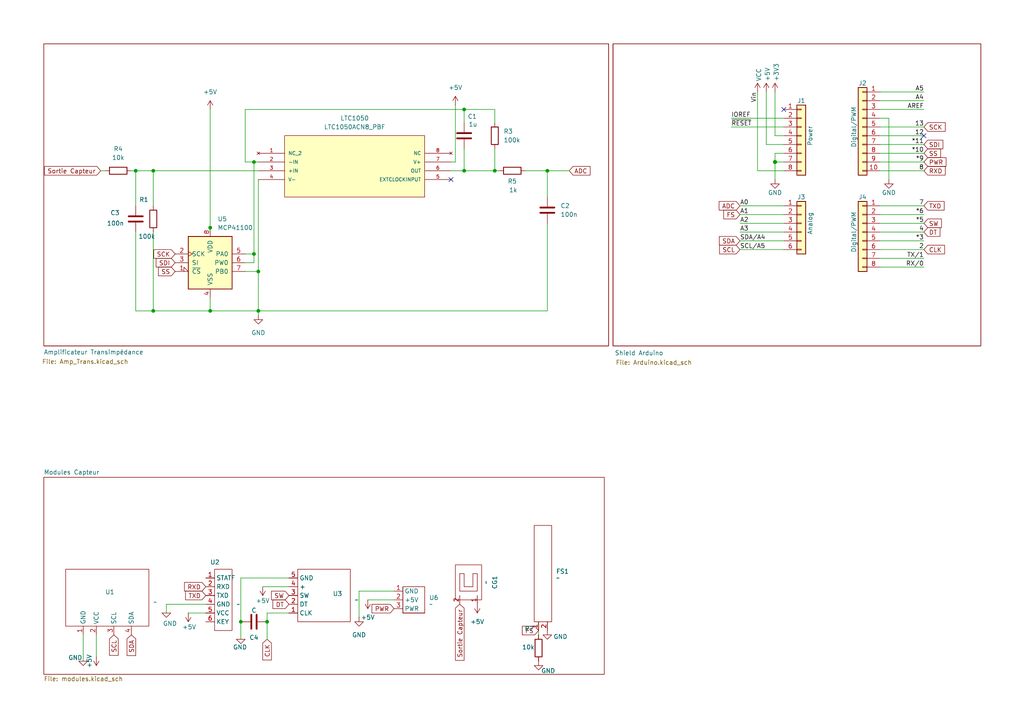
<source format=kicad_sch>
(kicad_sch
	(version 20250114)
	(generator "eeschema")
	(generator_version "9.0")
	(uuid "e63e39d7-6ac0-4ffd-8aa3-1841a4541b55")
	(paper "A4")
	(title_block
		(title "Capteur Graphene Shield Arduino")
		(date "mar. 31 mars 2015")
		(company "INSA-Toulouse (DUBREUIL-HOLM-TRUONG)")
	)
	(lib_symbols
		(symbol "+5V_1"
			(power)
			(pin_numbers
				(hide yes)
			)
			(pin_names
				(offset 0)
				(hide yes)
			)
			(exclude_from_sim no)
			(in_bom yes)
			(on_board yes)
			(property "Reference" "#PWR"
				(at 0 -3.81 0)
				(effects
					(font
						(size 1.27 1.27)
					)
					(hide yes)
				)
			)
			(property "Value" "+5V"
				(at 0 3.556 0)
				(effects
					(font
						(size 1.27 1.27)
					)
				)
			)
			(property "Footprint" ""
				(at 0 0 0)
				(effects
					(font
						(size 1.27 1.27)
					)
					(hide yes)
				)
			)
			(property "Datasheet" ""
				(at 0 0 0)
				(effects
					(font
						(size 1.27 1.27)
					)
					(hide yes)
				)
			)
			(property "Description" "Power symbol creates a global label with name \"+5V\""
				(at 0 0 0)
				(effects
					(font
						(size 1.27 1.27)
					)
					(hide yes)
				)
			)
			(property "ki_keywords" "global power"
				(at 0 0 0)
				(effects
					(font
						(size 1.27 1.27)
					)
					(hide yes)
				)
			)
			(symbol "+5V_1_0_1"
				(polyline
					(pts
						(xy -0.762 1.27) (xy 0 2.54)
					)
					(stroke
						(width 0)
						(type default)
					)
					(fill
						(type none)
					)
				)
				(polyline
					(pts
						(xy 0 2.54) (xy 0.762 1.27)
					)
					(stroke
						(width 0)
						(type default)
					)
					(fill
						(type none)
					)
				)
				(polyline
					(pts
						(xy 0 0) (xy 0 2.54)
					)
					(stroke
						(width 0)
						(type default)
					)
					(fill
						(type none)
					)
				)
			)
			(symbol "+5V_1_1_1"
				(pin power_in line
					(at 0 0 90)
					(length 0)
					(name "~"
						(effects
							(font
								(size 1.27 1.27)
							)
						)
					)
					(number "1"
						(effects
							(font
								(size 1.27 1.27)
							)
						)
					)
				)
			)
			(embedded_fonts no)
		)
		(symbol "+5V_2"
			(power)
			(pin_numbers
				(hide yes)
			)
			(pin_names
				(offset 0)
				(hide yes)
			)
			(exclude_from_sim no)
			(in_bom yes)
			(on_board yes)
			(property "Reference" "#PWR"
				(at 0 -3.81 0)
				(effects
					(font
						(size 1.27 1.27)
					)
					(hide yes)
				)
			)
			(property "Value" "+5V"
				(at 0 3.556 0)
				(effects
					(font
						(size 1.27 1.27)
					)
				)
			)
			(property "Footprint" ""
				(at 0 0 0)
				(effects
					(font
						(size 1.27 1.27)
					)
					(hide yes)
				)
			)
			(property "Datasheet" ""
				(at 0 0 0)
				(effects
					(font
						(size 1.27 1.27)
					)
					(hide yes)
				)
			)
			(property "Description" "Power symbol creates a global label with name \"+5V\""
				(at 0 0 0)
				(effects
					(font
						(size 1.27 1.27)
					)
					(hide yes)
				)
			)
			(property "ki_keywords" "global power"
				(at 0 0 0)
				(effects
					(font
						(size 1.27 1.27)
					)
					(hide yes)
				)
			)
			(symbol "+5V_2_0_1"
				(polyline
					(pts
						(xy -0.762 1.27) (xy 0 2.54)
					)
					(stroke
						(width 0)
						(type default)
					)
					(fill
						(type none)
					)
				)
				(polyline
					(pts
						(xy 0 2.54) (xy 0.762 1.27)
					)
					(stroke
						(width 0)
						(type default)
					)
					(fill
						(type none)
					)
				)
				(polyline
					(pts
						(xy 0 0) (xy 0 2.54)
					)
					(stroke
						(width 0)
						(type default)
					)
					(fill
						(type none)
					)
				)
			)
			(symbol "+5V_2_1_1"
				(pin power_in line
					(at 0 0 90)
					(length 0)
					(name "~"
						(effects
							(font
								(size 1.27 1.27)
							)
						)
					)
					(number "1"
						(effects
							(font
								(size 1.27 1.27)
							)
						)
					)
				)
			)
			(embedded_fonts no)
		)
		(symbol "+5V_3"
			(power)
			(pin_numbers
				(hide yes)
			)
			(pin_names
				(offset 0)
				(hide yes)
			)
			(exclude_from_sim no)
			(in_bom yes)
			(on_board yes)
			(property "Reference" "#PWR"
				(at 0 -3.81 0)
				(effects
					(font
						(size 1.27 1.27)
					)
					(hide yes)
				)
			)
			(property "Value" "+5V"
				(at 0 3.556 0)
				(effects
					(font
						(size 1.27 1.27)
					)
				)
			)
			(property "Footprint" ""
				(at 0 0 0)
				(effects
					(font
						(size 1.27 1.27)
					)
					(hide yes)
				)
			)
			(property "Datasheet" ""
				(at 0 0 0)
				(effects
					(font
						(size 1.27 1.27)
					)
					(hide yes)
				)
			)
			(property "Description" "Power symbol creates a global label with name \"+5V\""
				(at 0 0 0)
				(effects
					(font
						(size 1.27 1.27)
					)
					(hide yes)
				)
			)
			(property "ki_keywords" "global power"
				(at 0 0 0)
				(effects
					(font
						(size 1.27 1.27)
					)
					(hide yes)
				)
			)
			(symbol "+5V_3_0_1"
				(polyline
					(pts
						(xy -0.762 1.27) (xy 0 2.54)
					)
					(stroke
						(width 0)
						(type default)
					)
					(fill
						(type none)
					)
				)
				(polyline
					(pts
						(xy 0 2.54) (xy 0.762 1.27)
					)
					(stroke
						(width 0)
						(type default)
					)
					(fill
						(type none)
					)
				)
				(polyline
					(pts
						(xy 0 0) (xy 0 2.54)
					)
					(stroke
						(width 0)
						(type default)
					)
					(fill
						(type none)
					)
				)
			)
			(symbol "+5V_3_1_1"
				(pin power_in line
					(at 0 0 90)
					(length 0)
					(name "~"
						(effects
							(font
								(size 1.27 1.27)
							)
						)
					)
					(number "1"
						(effects
							(font
								(size 1.27 1.27)
							)
						)
					)
				)
			)
			(embedded_fonts no)
		)
		(symbol "Connector_Generic:Conn_01x06"
			(pin_names
				(offset 1.016)
				(hide yes)
			)
			(exclude_from_sim no)
			(in_bom yes)
			(on_board yes)
			(property "Reference" "J"
				(at 0 7.62 0)
				(effects
					(font
						(size 1.27 1.27)
					)
				)
			)
			(property "Value" "Conn_01x06"
				(at 0 -10.16 0)
				(effects
					(font
						(size 1.27 1.27)
					)
				)
			)
			(property "Footprint" ""
				(at 0 0 0)
				(effects
					(font
						(size 1.27 1.27)
					)
					(hide yes)
				)
			)
			(property "Datasheet" "~"
				(at 0 0 0)
				(effects
					(font
						(size 1.27 1.27)
					)
					(hide yes)
				)
			)
			(property "Description" "Generic connector, single row, 01x06, script generated (kicad-library-utils/schlib/autogen/connector/)"
				(at 0 0 0)
				(effects
					(font
						(size 1.27 1.27)
					)
					(hide yes)
				)
			)
			(property "ki_keywords" "connector"
				(at 0 0 0)
				(effects
					(font
						(size 1.27 1.27)
					)
					(hide yes)
				)
			)
			(property "ki_fp_filters" "Connector*:*_1x??_*"
				(at 0 0 0)
				(effects
					(font
						(size 1.27 1.27)
					)
					(hide yes)
				)
			)
			(symbol "Conn_01x06_1_1"
				(rectangle
					(start -1.27 6.35)
					(end 1.27 -8.89)
					(stroke
						(width 0.254)
						(type default)
					)
					(fill
						(type background)
					)
				)
				(rectangle
					(start -1.27 5.207)
					(end 0 4.953)
					(stroke
						(width 0.1524)
						(type default)
					)
					(fill
						(type none)
					)
				)
				(rectangle
					(start -1.27 2.667)
					(end 0 2.413)
					(stroke
						(width 0.1524)
						(type default)
					)
					(fill
						(type none)
					)
				)
				(rectangle
					(start -1.27 0.127)
					(end 0 -0.127)
					(stroke
						(width 0.1524)
						(type default)
					)
					(fill
						(type none)
					)
				)
				(rectangle
					(start -1.27 -2.413)
					(end 0 -2.667)
					(stroke
						(width 0.1524)
						(type default)
					)
					(fill
						(type none)
					)
				)
				(rectangle
					(start -1.27 -4.953)
					(end 0 -5.207)
					(stroke
						(width 0.1524)
						(type default)
					)
					(fill
						(type none)
					)
				)
				(rectangle
					(start -1.27 -7.493)
					(end 0 -7.747)
					(stroke
						(width 0.1524)
						(type default)
					)
					(fill
						(type none)
					)
				)
				(pin passive line
					(at -5.08 5.08 0)
					(length 3.81)
					(name "Pin_1"
						(effects
							(font
								(size 1.27 1.27)
							)
						)
					)
					(number "1"
						(effects
							(font
								(size 1.27 1.27)
							)
						)
					)
				)
				(pin passive line
					(at -5.08 2.54 0)
					(length 3.81)
					(name "Pin_2"
						(effects
							(font
								(size 1.27 1.27)
							)
						)
					)
					(number "2"
						(effects
							(font
								(size 1.27 1.27)
							)
						)
					)
				)
				(pin passive line
					(at -5.08 0 0)
					(length 3.81)
					(name "Pin_3"
						(effects
							(font
								(size 1.27 1.27)
							)
						)
					)
					(number "3"
						(effects
							(font
								(size 1.27 1.27)
							)
						)
					)
				)
				(pin passive line
					(at -5.08 -2.54 0)
					(length 3.81)
					(name "Pin_4"
						(effects
							(font
								(size 1.27 1.27)
							)
						)
					)
					(number "4"
						(effects
							(font
								(size 1.27 1.27)
							)
						)
					)
				)
				(pin passive line
					(at -5.08 -5.08 0)
					(length 3.81)
					(name "Pin_5"
						(effects
							(font
								(size 1.27 1.27)
							)
						)
					)
					(number "5"
						(effects
							(font
								(size 1.27 1.27)
							)
						)
					)
				)
				(pin passive line
					(at -5.08 -7.62 0)
					(length 3.81)
					(name "Pin_6"
						(effects
							(font
								(size 1.27 1.27)
							)
						)
					)
					(number "6"
						(effects
							(font
								(size 1.27 1.27)
							)
						)
					)
				)
			)
			(embedded_fonts no)
		)
		(symbol "Connector_Generic:Conn_01x08"
			(pin_names
				(offset 1.016)
				(hide yes)
			)
			(exclude_from_sim no)
			(in_bom yes)
			(on_board yes)
			(property "Reference" "J"
				(at 0 10.16 0)
				(effects
					(font
						(size 1.27 1.27)
					)
				)
			)
			(property "Value" "Conn_01x08"
				(at 0 -12.7 0)
				(effects
					(font
						(size 1.27 1.27)
					)
				)
			)
			(property "Footprint" ""
				(at 0 0 0)
				(effects
					(font
						(size 1.27 1.27)
					)
					(hide yes)
				)
			)
			(property "Datasheet" "~"
				(at 0 0 0)
				(effects
					(font
						(size 1.27 1.27)
					)
					(hide yes)
				)
			)
			(property "Description" "Generic connector, single row, 01x08, script generated (kicad-library-utils/schlib/autogen/connector/)"
				(at 0 0 0)
				(effects
					(font
						(size 1.27 1.27)
					)
					(hide yes)
				)
			)
			(property "ki_keywords" "connector"
				(at 0 0 0)
				(effects
					(font
						(size 1.27 1.27)
					)
					(hide yes)
				)
			)
			(property "ki_fp_filters" "Connector*:*_1x??_*"
				(at 0 0 0)
				(effects
					(font
						(size 1.27 1.27)
					)
					(hide yes)
				)
			)
			(symbol "Conn_01x08_1_1"
				(rectangle
					(start -1.27 8.89)
					(end 1.27 -11.43)
					(stroke
						(width 0.254)
						(type default)
					)
					(fill
						(type background)
					)
				)
				(rectangle
					(start -1.27 7.747)
					(end 0 7.493)
					(stroke
						(width 0.1524)
						(type default)
					)
					(fill
						(type none)
					)
				)
				(rectangle
					(start -1.27 5.207)
					(end 0 4.953)
					(stroke
						(width 0.1524)
						(type default)
					)
					(fill
						(type none)
					)
				)
				(rectangle
					(start -1.27 2.667)
					(end 0 2.413)
					(stroke
						(width 0.1524)
						(type default)
					)
					(fill
						(type none)
					)
				)
				(rectangle
					(start -1.27 0.127)
					(end 0 -0.127)
					(stroke
						(width 0.1524)
						(type default)
					)
					(fill
						(type none)
					)
				)
				(rectangle
					(start -1.27 -2.413)
					(end 0 -2.667)
					(stroke
						(width 0.1524)
						(type default)
					)
					(fill
						(type none)
					)
				)
				(rectangle
					(start -1.27 -4.953)
					(end 0 -5.207)
					(stroke
						(width 0.1524)
						(type default)
					)
					(fill
						(type none)
					)
				)
				(rectangle
					(start -1.27 -7.493)
					(end 0 -7.747)
					(stroke
						(width 0.1524)
						(type default)
					)
					(fill
						(type none)
					)
				)
				(rectangle
					(start -1.27 -10.033)
					(end 0 -10.287)
					(stroke
						(width 0.1524)
						(type default)
					)
					(fill
						(type none)
					)
				)
				(pin passive line
					(at -5.08 7.62 0)
					(length 3.81)
					(name "Pin_1"
						(effects
							(font
								(size 1.27 1.27)
							)
						)
					)
					(number "1"
						(effects
							(font
								(size 1.27 1.27)
							)
						)
					)
				)
				(pin passive line
					(at -5.08 5.08 0)
					(length 3.81)
					(name "Pin_2"
						(effects
							(font
								(size 1.27 1.27)
							)
						)
					)
					(number "2"
						(effects
							(font
								(size 1.27 1.27)
							)
						)
					)
				)
				(pin passive line
					(at -5.08 2.54 0)
					(length 3.81)
					(name "Pin_3"
						(effects
							(font
								(size 1.27 1.27)
							)
						)
					)
					(number "3"
						(effects
							(font
								(size 1.27 1.27)
							)
						)
					)
				)
				(pin passive line
					(at -5.08 0 0)
					(length 3.81)
					(name "Pin_4"
						(effects
							(font
								(size 1.27 1.27)
							)
						)
					)
					(number "4"
						(effects
							(font
								(size 1.27 1.27)
							)
						)
					)
				)
				(pin passive line
					(at -5.08 -2.54 0)
					(length 3.81)
					(name "Pin_5"
						(effects
							(font
								(size 1.27 1.27)
							)
						)
					)
					(number "5"
						(effects
							(font
								(size 1.27 1.27)
							)
						)
					)
				)
				(pin passive line
					(at -5.08 -5.08 0)
					(length 3.81)
					(name "Pin_6"
						(effects
							(font
								(size 1.27 1.27)
							)
						)
					)
					(number "6"
						(effects
							(font
								(size 1.27 1.27)
							)
						)
					)
				)
				(pin passive line
					(at -5.08 -7.62 0)
					(length 3.81)
					(name "Pin_7"
						(effects
							(font
								(size 1.27 1.27)
							)
						)
					)
					(number "7"
						(effects
							(font
								(size 1.27 1.27)
							)
						)
					)
				)
				(pin passive line
					(at -5.08 -10.16 0)
					(length 3.81)
					(name "Pin_8"
						(effects
							(font
								(size 1.27 1.27)
							)
						)
					)
					(number "8"
						(effects
							(font
								(size 1.27 1.27)
							)
						)
					)
				)
			)
			(embedded_fonts no)
		)
		(symbol "Connector_Generic:Conn_01x10"
			(pin_names
				(offset 1.016)
				(hide yes)
			)
			(exclude_from_sim no)
			(in_bom yes)
			(on_board yes)
			(property "Reference" "J"
				(at 0 12.7 0)
				(effects
					(font
						(size 1.27 1.27)
					)
				)
			)
			(property "Value" "Conn_01x10"
				(at 0 -15.24 0)
				(effects
					(font
						(size 1.27 1.27)
					)
				)
			)
			(property "Footprint" ""
				(at 0 0 0)
				(effects
					(font
						(size 1.27 1.27)
					)
					(hide yes)
				)
			)
			(property "Datasheet" "~"
				(at 0 0 0)
				(effects
					(font
						(size 1.27 1.27)
					)
					(hide yes)
				)
			)
			(property "Description" "Generic connector, single row, 01x10, script generated (kicad-library-utils/schlib/autogen/connector/)"
				(at 0 0 0)
				(effects
					(font
						(size 1.27 1.27)
					)
					(hide yes)
				)
			)
			(property "ki_keywords" "connector"
				(at 0 0 0)
				(effects
					(font
						(size 1.27 1.27)
					)
					(hide yes)
				)
			)
			(property "ki_fp_filters" "Connector*:*_1x??_*"
				(at 0 0 0)
				(effects
					(font
						(size 1.27 1.27)
					)
					(hide yes)
				)
			)
			(symbol "Conn_01x10_1_1"
				(rectangle
					(start -1.27 11.43)
					(end 1.27 -13.97)
					(stroke
						(width 0.254)
						(type default)
					)
					(fill
						(type background)
					)
				)
				(rectangle
					(start -1.27 10.287)
					(end 0 10.033)
					(stroke
						(width 0.1524)
						(type default)
					)
					(fill
						(type none)
					)
				)
				(rectangle
					(start -1.27 7.747)
					(end 0 7.493)
					(stroke
						(width 0.1524)
						(type default)
					)
					(fill
						(type none)
					)
				)
				(rectangle
					(start -1.27 5.207)
					(end 0 4.953)
					(stroke
						(width 0.1524)
						(type default)
					)
					(fill
						(type none)
					)
				)
				(rectangle
					(start -1.27 2.667)
					(end 0 2.413)
					(stroke
						(width 0.1524)
						(type default)
					)
					(fill
						(type none)
					)
				)
				(rectangle
					(start -1.27 0.127)
					(end 0 -0.127)
					(stroke
						(width 0.1524)
						(type default)
					)
					(fill
						(type none)
					)
				)
				(rectangle
					(start -1.27 -2.413)
					(end 0 -2.667)
					(stroke
						(width 0.1524)
						(type default)
					)
					(fill
						(type none)
					)
				)
				(rectangle
					(start -1.27 -4.953)
					(end 0 -5.207)
					(stroke
						(width 0.1524)
						(type default)
					)
					(fill
						(type none)
					)
				)
				(rectangle
					(start -1.27 -7.493)
					(end 0 -7.747)
					(stroke
						(width 0.1524)
						(type default)
					)
					(fill
						(type none)
					)
				)
				(rectangle
					(start -1.27 -10.033)
					(end 0 -10.287)
					(stroke
						(width 0.1524)
						(type default)
					)
					(fill
						(type none)
					)
				)
				(rectangle
					(start -1.27 -12.573)
					(end 0 -12.827)
					(stroke
						(width 0.1524)
						(type default)
					)
					(fill
						(type none)
					)
				)
				(pin passive line
					(at -5.08 10.16 0)
					(length 3.81)
					(name "Pin_1"
						(effects
							(font
								(size 1.27 1.27)
							)
						)
					)
					(number "1"
						(effects
							(font
								(size 1.27 1.27)
							)
						)
					)
				)
				(pin passive line
					(at -5.08 7.62 0)
					(length 3.81)
					(name "Pin_2"
						(effects
							(font
								(size 1.27 1.27)
							)
						)
					)
					(number "2"
						(effects
							(font
								(size 1.27 1.27)
							)
						)
					)
				)
				(pin passive line
					(at -5.08 5.08 0)
					(length 3.81)
					(name "Pin_3"
						(effects
							(font
								(size 1.27 1.27)
							)
						)
					)
					(number "3"
						(effects
							(font
								(size 1.27 1.27)
							)
						)
					)
				)
				(pin passive line
					(at -5.08 2.54 0)
					(length 3.81)
					(name "Pin_4"
						(effects
							(font
								(size 1.27 1.27)
							)
						)
					)
					(number "4"
						(effects
							(font
								(size 1.27 1.27)
							)
						)
					)
				)
				(pin passive line
					(at -5.08 0 0)
					(length 3.81)
					(name "Pin_5"
						(effects
							(font
								(size 1.27 1.27)
							)
						)
					)
					(number "5"
						(effects
							(font
								(size 1.27 1.27)
							)
						)
					)
				)
				(pin passive line
					(at -5.08 -2.54 0)
					(length 3.81)
					(name "Pin_6"
						(effects
							(font
								(size 1.27 1.27)
							)
						)
					)
					(number "6"
						(effects
							(font
								(size 1.27 1.27)
							)
						)
					)
				)
				(pin passive line
					(at -5.08 -5.08 0)
					(length 3.81)
					(name "Pin_7"
						(effects
							(font
								(size 1.27 1.27)
							)
						)
					)
					(number "7"
						(effects
							(font
								(size 1.27 1.27)
							)
						)
					)
				)
				(pin passive line
					(at -5.08 -7.62 0)
					(length 3.81)
					(name "Pin_8"
						(effects
							(font
								(size 1.27 1.27)
							)
						)
					)
					(number "8"
						(effects
							(font
								(size 1.27 1.27)
							)
						)
					)
				)
				(pin passive line
					(at -5.08 -10.16 0)
					(length 3.81)
					(name "Pin_9"
						(effects
							(font
								(size 1.27 1.27)
							)
						)
					)
					(number "9"
						(effects
							(font
								(size 1.27 1.27)
							)
						)
					)
				)
				(pin passive line
					(at -5.08 -12.7 0)
					(length 3.81)
					(name "Pin_10"
						(effects
							(font
								(size 1.27 1.27)
							)
						)
					)
					(number "10"
						(effects
							(font
								(size 1.27 1.27)
							)
						)
					)
				)
			)
			(embedded_fonts no)
		)
		(symbol "Device:C"
			(pin_numbers
				(hide yes)
			)
			(pin_names
				(offset 0.254)
			)
			(exclude_from_sim no)
			(in_bom yes)
			(on_board yes)
			(property "Reference" "C"
				(at 0.635 2.54 0)
				(effects
					(font
						(size 1.27 1.27)
					)
					(justify left)
				)
			)
			(property "Value" "C"
				(at 0.635 -2.54 0)
				(effects
					(font
						(size 1.27 1.27)
					)
					(justify left)
				)
			)
			(property "Footprint" ""
				(at 0.9652 -3.81 0)
				(effects
					(font
						(size 1.27 1.27)
					)
					(hide yes)
				)
			)
			(property "Datasheet" "~"
				(at 0 0 0)
				(effects
					(font
						(size 1.27 1.27)
					)
					(hide yes)
				)
			)
			(property "Description" "Unpolarized capacitor"
				(at 0 0 0)
				(effects
					(font
						(size 1.27 1.27)
					)
					(hide yes)
				)
			)
			(property "ki_keywords" "cap capacitor"
				(at 0 0 0)
				(effects
					(font
						(size 1.27 1.27)
					)
					(hide yes)
				)
			)
			(property "ki_fp_filters" "C_*"
				(at 0 0 0)
				(effects
					(font
						(size 1.27 1.27)
					)
					(hide yes)
				)
			)
			(symbol "C_0_1"
				(polyline
					(pts
						(xy -2.032 0.762) (xy 2.032 0.762)
					)
					(stroke
						(width 0.508)
						(type default)
					)
					(fill
						(type none)
					)
				)
				(polyline
					(pts
						(xy -2.032 -0.762) (xy 2.032 -0.762)
					)
					(stroke
						(width 0.508)
						(type default)
					)
					(fill
						(type none)
					)
				)
			)
			(symbol "C_1_1"
				(pin passive line
					(at 0 3.81 270)
					(length 2.794)
					(name "~"
						(effects
							(font
								(size 1.27 1.27)
							)
						)
					)
					(number "1"
						(effects
							(font
								(size 1.27 1.27)
							)
						)
					)
				)
				(pin passive line
					(at 0 -3.81 90)
					(length 2.794)
					(name "~"
						(effects
							(font
								(size 1.27 1.27)
							)
						)
					)
					(number "2"
						(effects
							(font
								(size 1.27 1.27)
							)
						)
					)
				)
			)
			(embedded_fonts no)
		)
		(symbol "Device:R"
			(pin_numbers
				(hide yes)
			)
			(pin_names
				(offset 0)
			)
			(exclude_from_sim no)
			(in_bom yes)
			(on_board yes)
			(property "Reference" "R"
				(at 2.032 0 90)
				(effects
					(font
						(size 1.27 1.27)
					)
				)
			)
			(property "Value" "R"
				(at 0 0 90)
				(effects
					(font
						(size 1.27 1.27)
					)
				)
			)
			(property "Footprint" ""
				(at -1.778 0 90)
				(effects
					(font
						(size 1.27 1.27)
					)
					(hide yes)
				)
			)
			(property "Datasheet" "~"
				(at 0 0 0)
				(effects
					(font
						(size 1.27 1.27)
					)
					(hide yes)
				)
			)
			(property "Description" "Resistor"
				(at 0 0 0)
				(effects
					(font
						(size 1.27 1.27)
					)
					(hide yes)
				)
			)
			(property "ki_keywords" "R res resistor"
				(at 0 0 0)
				(effects
					(font
						(size 1.27 1.27)
					)
					(hide yes)
				)
			)
			(property "ki_fp_filters" "R_*"
				(at 0 0 0)
				(effects
					(font
						(size 1.27 1.27)
					)
					(hide yes)
				)
			)
			(symbol "R_0_1"
				(rectangle
					(start -1.016 -2.54)
					(end 1.016 2.54)
					(stroke
						(width 0.254)
						(type default)
					)
					(fill
						(type none)
					)
				)
			)
			(symbol "R_1_1"
				(pin passive line
					(at 0 3.81 270)
					(length 1.27)
					(name "~"
						(effects
							(font
								(size 1.27 1.27)
							)
						)
					)
					(number "1"
						(effects
							(font
								(size 1.27 1.27)
							)
						)
					)
				)
				(pin passive line
					(at 0 -3.81 90)
					(length 1.27)
					(name "~"
						(effects
							(font
								(size 1.27 1.27)
							)
						)
					)
					(number "2"
						(effects
							(font
								(size 1.27 1.27)
							)
						)
					)
				)
			)
			(embedded_fonts no)
		)
		(symbol "GND_1"
			(power)
			(pin_numbers
				(hide yes)
			)
			(pin_names
				(offset 0)
				(hide yes)
			)
			(exclude_from_sim no)
			(in_bom yes)
			(on_board yes)
			(property "Reference" "#PWR"
				(at 0 -6.35 0)
				(effects
					(font
						(size 1.27 1.27)
					)
					(hide yes)
				)
			)
			(property "Value" "GND"
				(at 0 -3.81 0)
				(effects
					(font
						(size 1.27 1.27)
					)
				)
			)
			(property "Footprint" ""
				(at 0 0 0)
				(effects
					(font
						(size 1.27 1.27)
					)
					(hide yes)
				)
			)
			(property "Datasheet" ""
				(at 0 0 0)
				(effects
					(font
						(size 1.27 1.27)
					)
					(hide yes)
				)
			)
			(property "Description" "Power symbol creates a global label with name \"GND\" , ground"
				(at 0 0 0)
				(effects
					(font
						(size 1.27 1.27)
					)
					(hide yes)
				)
			)
			(property "ki_keywords" "global power"
				(at 0 0 0)
				(effects
					(font
						(size 1.27 1.27)
					)
					(hide yes)
				)
			)
			(symbol "GND_1_0_1"
				(polyline
					(pts
						(xy 0 0) (xy 0 -1.27) (xy 1.27 -1.27) (xy 0 -2.54) (xy -1.27 -1.27) (xy 0 -1.27)
					)
					(stroke
						(width 0)
						(type default)
					)
					(fill
						(type none)
					)
				)
			)
			(symbol "GND_1_1_1"
				(pin power_in line
					(at 0 0 270)
					(length 0)
					(name "~"
						(effects
							(font
								(size 1.27 1.27)
							)
						)
					)
					(number "1"
						(effects
							(font
								(size 1.27 1.27)
							)
						)
					)
				)
			)
			(embedded_fonts no)
		)
		(symbol "GND_2"
			(power)
			(pin_numbers
				(hide yes)
			)
			(pin_names
				(offset 0)
				(hide yes)
			)
			(exclude_from_sim no)
			(in_bom yes)
			(on_board yes)
			(property "Reference" "#PWR"
				(at 0 -6.35 0)
				(effects
					(font
						(size 1.27 1.27)
					)
					(hide yes)
				)
			)
			(property "Value" "GND"
				(at 0 -3.81 0)
				(effects
					(font
						(size 1.27 1.27)
					)
				)
			)
			(property "Footprint" ""
				(at 0 0 0)
				(effects
					(font
						(size 1.27 1.27)
					)
					(hide yes)
				)
			)
			(property "Datasheet" ""
				(at 0 0 0)
				(effects
					(font
						(size 1.27 1.27)
					)
					(hide yes)
				)
			)
			(property "Description" "Power symbol creates a global label with name \"GND\" , ground"
				(at 0 0 0)
				(effects
					(font
						(size 1.27 1.27)
					)
					(hide yes)
				)
			)
			(property "ki_keywords" "global power"
				(at 0 0 0)
				(effects
					(font
						(size 1.27 1.27)
					)
					(hide yes)
				)
			)
			(symbol "GND_2_0_1"
				(polyline
					(pts
						(xy 0 0) (xy 0 -1.27) (xy 1.27 -1.27) (xy 0 -2.54) (xy -1.27 -1.27) (xy 0 -1.27)
					)
					(stroke
						(width 0)
						(type default)
					)
					(fill
						(type none)
					)
				)
			)
			(symbol "GND_2_1_1"
				(pin power_in line
					(at 0 0 270)
					(length 0)
					(name "~"
						(effects
							(font
								(size 1.27 1.27)
							)
						)
					)
					(number "1"
						(effects
							(font
								(size 1.27 1.27)
							)
						)
					)
				)
			)
			(embedded_fonts no)
		)
		(symbol "GND_3"
			(power)
			(pin_numbers
				(hide yes)
			)
			(pin_names
				(offset 0)
				(hide yes)
			)
			(exclude_from_sim no)
			(in_bom yes)
			(on_board yes)
			(property "Reference" "#PWR"
				(at 0 -6.35 0)
				(effects
					(font
						(size 1.27 1.27)
					)
					(hide yes)
				)
			)
			(property "Value" "GND"
				(at 0 -3.81 0)
				(effects
					(font
						(size 1.27 1.27)
					)
				)
			)
			(property "Footprint" ""
				(at 0 0 0)
				(effects
					(font
						(size 1.27 1.27)
					)
					(hide yes)
				)
			)
			(property "Datasheet" ""
				(at 0 0 0)
				(effects
					(font
						(size 1.27 1.27)
					)
					(hide yes)
				)
			)
			(property "Description" "Power symbol creates a global label with name \"GND\" , ground"
				(at 0 0 0)
				(effects
					(font
						(size 1.27 1.27)
					)
					(hide yes)
				)
			)
			(property "ki_keywords" "global power"
				(at 0 0 0)
				(effects
					(font
						(size 1.27 1.27)
					)
					(hide yes)
				)
			)
			(symbol "GND_3_0_1"
				(polyline
					(pts
						(xy 0 0) (xy 0 -1.27) (xy 1.27 -1.27) (xy 0 -2.54) (xy -1.27 -1.27) (xy 0 -1.27)
					)
					(stroke
						(width 0)
						(type default)
					)
					(fill
						(type none)
					)
				)
			)
			(symbol "GND_3_1_1"
				(pin power_in line
					(at 0 0 270)
					(length 0)
					(name "~"
						(effects
							(font
								(size 1.27 1.27)
							)
						)
					)
					(number "1"
						(effects
							(font
								(size 1.27 1.27)
							)
						)
					)
				)
			)
			(embedded_fonts no)
		)
		(symbol "LTC1050ACN8_PBF:LTC1050ACN8_PBF"
			(pin_names
				(offset 1.016)
			)
			(exclude_from_sim no)
			(in_bom yes)
			(on_board yes)
			(property "Reference" "U"
				(at 23.2285 9.1237 0)
				(effects
					(font
						(size 1.27 1.27)
					)
					(justify left bottom)
				)
			)
			(property "Value" "LTC1050ACN8_PBF"
				(at 22.6204 6.5902 0)
				(effects
					(font
						(size 1.27 1.27)
					)
					(justify left bottom)
				)
			)
			(property "Footprint" "LTC1050ACN8_PBF:PDIP-8_N"
				(at 0 0 0)
				(effects
					(font
						(size 1.27 1.27)
					)
					(justify bottom)
					(hide yes)
				)
			)
			(property "Datasheet" ""
				(at 0 0 0)
				(effects
					(font
						(size 1.27 1.27)
					)
					(hide yes)
				)
			)
			(property "Description" ""
				(at 0 0 0)
				(effects
					(font
						(size 1.27 1.27)
					)
					(hide yes)
				)
			)
			(property "MF" "Analog Devices"
				(at 0 0 0)
				(effects
					(font
						(size 1.27 1.27)
					)
					(justify bottom)
					(hide yes)
				)
			)
			(property "VENDOR" "Linear Technology"
				(at 0 0 0)
				(effects
					(font
						(size 1.27 1.27)
					)
					(justify bottom)
					(hide yes)
				)
			)
			(property "Description_1" "LTC1050 - Precision Zero-Drift Operational Amplifier with Internal Capacitors"
				(at 0 0 0)
				(effects
					(font
						(size 1.27 1.27)
					)
					(justify bottom)
					(hide yes)
				)
			)
			(property "COPYRIGHT" "Copyright C 2016 Accelerated Designs. All rights reserved"
				(at 0 0 0)
				(effects
					(font
						(size 1.27 1.27)
					)
					(justify bottom)
					(hide yes)
				)
			)
			(property "Package" "PDIP-8 Linear Technology"
				(at 0 0 0)
				(effects
					(font
						(size 1.27 1.27)
					)
					(justify bottom)
					(hide yes)
				)
			)
			(property "Price" "None"
				(at 0 0 0)
				(effects
					(font
						(size 1.27 1.27)
					)
					(justify bottom)
					(hide yes)
				)
			)
			(property "Check_prices" "https://www.snapeda.com/parts/LTC1050ACN8%23PBF/Analog+Devices/view-part/?ref=eda"
				(at 0 0 0)
				(effects
					(font
						(size 1.27 1.27)
					)
					(justify bottom)
					(hide yes)
				)
			)
			(property "SnapEDA_Link" "https://www.snapeda.com/parts/LTC1050ACN8%23PBF/Analog+Devices/view-part/?ref=snap"
				(at 0 0 0)
				(effects
					(font
						(size 1.27 1.27)
					)
					(justify bottom)
					(hide yes)
				)
			)
			(property "MP" "LTC1050ACN8#PBF"
				(at 0 0 0)
				(effects
					(font
						(size 1.27 1.27)
					)
					(justify bottom)
					(hide yes)
				)
			)
			(property "Availability" "In Stock"
				(at 0 0 0)
				(effects
					(font
						(size 1.27 1.27)
					)
					(justify bottom)
					(hide yes)
				)
			)
			(property "MANUFACTURER_PART_NUMBER" "ltc1050acn8"
				(at 0 0 0)
				(effects
					(font
						(size 1.27 1.27)
					)
					(justify bottom)
					(hide yes)
				)
			)
			(symbol "LTC1050ACN8_PBF_0_0"
				(rectangle
					(start 7.62 -12.7)
					(end 48.26 5.08)
					(stroke
						(width 0.1524)
						(type default)
					)
					(fill
						(type background)
					)
				)
				(pin no_connect line
					(at 0 0 0)
					(length 7.62)
					(name "NC_2"
						(effects
							(font
								(size 1.016 1.016)
							)
						)
					)
					(number "1"
						(effects
							(font
								(size 1.016 1.016)
							)
						)
					)
				)
				(pin input line
					(at 0 -2.54 0)
					(length 7.62)
					(name "-IN"
						(effects
							(font
								(size 1.016 1.016)
							)
						)
					)
					(number "2"
						(effects
							(font
								(size 1.016 1.016)
							)
						)
					)
				)
				(pin input line
					(at 0 -5.08 0)
					(length 7.62)
					(name "+IN"
						(effects
							(font
								(size 1.016 1.016)
							)
						)
					)
					(number "3"
						(effects
							(font
								(size 1.016 1.016)
							)
						)
					)
				)
				(pin power_in line
					(at 0 -7.62 0)
					(length 7.62)
					(name "V-"
						(effects
							(font
								(size 1.016 1.016)
							)
						)
					)
					(number "4"
						(effects
							(font
								(size 1.016 1.016)
							)
						)
					)
				)
				(pin no_connect line
					(at 55.88 0 180)
					(length 7.62)
					(name "NC"
						(effects
							(font
								(size 1.016 1.016)
							)
						)
					)
					(number "8"
						(effects
							(font
								(size 1.016 1.016)
							)
						)
					)
				)
				(pin power_in line
					(at 55.88 -2.54 180)
					(length 7.62)
					(name "V+"
						(effects
							(font
								(size 1.016 1.016)
							)
						)
					)
					(number "7"
						(effects
							(font
								(size 1.016 1.016)
							)
						)
					)
				)
				(pin output line
					(at 55.88 -5.08 180)
					(length 7.62)
					(name "OUT"
						(effects
							(font
								(size 1.016 1.016)
							)
						)
					)
					(number "6"
						(effects
							(font
								(size 1.016 1.016)
							)
						)
					)
				)
				(pin input line
					(at 55.88 -7.62 180)
					(length 7.62)
					(name "EXTCLOCKINPUT"
						(effects
							(font
								(size 1.016 1.016)
							)
						)
					)
					(number "5"
						(effects
							(font
								(size 1.016 1.016)
							)
						)
					)
				)
			)
			(embedded_fonts no)
		)
		(symbol "My_Symbolic_Librairy:Capteur_graphene"
			(exclude_from_sim no)
			(in_bom yes)
			(on_board yes)
			(property "Reference" "CG"
				(at 0 0 0)
				(effects
					(font
						(size 1.27 1.27)
					)
				)
			)
			(property "Value" ""
				(at 0 0 0)
				(effects
					(font
						(size 1.27 1.27)
					)
				)
			)
			(property "Footprint" ""
				(at 0 0 0)
				(effects
					(font
						(size 1.27 1.27)
					)
					(hide yes)
				)
			)
			(property "Datasheet" ""
				(at 0 0 0)
				(effects
					(font
						(size 1.27 1.27)
					)
					(hide yes)
				)
			)
			(property "Description" ""
				(at 0 0 0)
				(effects
					(font
						(size 1.27 1.27)
					)
					(hide yes)
				)
			)
			(symbol "Capteur_graphene_0_1"
				(rectangle
					(start -6.35 3.81)
					(end 3.81 -3.81)
					(stroke
						(width 0)
						(type default)
					)
					(fill
						(type none)
					)
				)
				(polyline
					(pts
						(xy -3.81 2.54) (xy 1.27 2.54) (xy 1.27 -2.54) (xy -3.81 -2.54) (xy -3.81 -1.27) (xy 0 -1.27)
						(xy 0 1.27) (xy -3.81 1.27) (xy -3.81 2.54)
					)
					(stroke
						(width 0)
						(type default)
					)
					(fill
						(type none)
					)
				)
			)
			(symbol "Capteur_graphene_1_1"
				(pin input line
					(at 5.08 2.54 180)
					(length 2.54)
					(name ""
						(effects
							(font
								(size 1.27 1.27)
							)
						)
					)
					(number "1"
						(effects
							(font
								(size 1.27 1.27)
							)
						)
					)
				)
				(pin input line
					(at 5.08 -2.54 180)
					(length 2.54)
					(name ""
						(effects
							(font
								(size 1.27 1.27)
							)
						)
					)
					(number "2"
						(effects
							(font
								(size 1.27 1.27)
							)
						)
					)
				)
			)
			(embedded_fonts no)
		)
		(symbol "My_Symbolic_Librairy:Flex_sensor"
			(exclude_from_sim no)
			(in_bom yes)
			(on_board yes)
			(property "Reference" "FS"
				(at 0 0 0)
				(effects
					(font
						(size 1.27 1.27)
					)
				)
			)
			(property "Value" ""
				(at 0 0 0)
				(effects
					(font
						(size 1.27 1.27)
					)
				)
			)
			(property "Footprint" ""
				(at 0 0 0)
				(effects
					(font
						(size 1.27 1.27)
					)
					(hide yes)
				)
			)
			(property "Datasheet" ""
				(at 0 0 0)
				(effects
					(font
						(size 1.27 1.27)
					)
					(hide yes)
				)
			)
			(property "Description" ""
				(at 0 0 0)
				(effects
					(font
						(size 1.27 1.27)
					)
					(hide yes)
				)
			)
			(symbol "Flex_sensor_0_1"
				(rectangle
					(start -3.81 27.94)
					(end 1.27 0)
					(stroke
						(width 0)
						(type default)
					)
					(fill
						(type none)
					)
				)
			)
			(symbol "Flex_sensor_1_1"
				(pin input line
					(at -2.54 -2.54 90)
					(length 2.54)
					(name ""
						(effects
							(font
								(size 1.27 1.27)
							)
						)
					)
					(number "1"
						(effects
							(font
								(size 1.27 1.27)
							)
						)
					)
				)
				(pin power_in line
					(at 0 -2.54 90)
					(length 2.54)
					(name ""
						(effects
							(font
								(size 1.27 1.27)
							)
						)
					)
					(number "2"
						(effects
							(font
								(size 1.27 1.27)
							)
						)
					)
				)
			)
			(embedded_fonts no)
		)
		(symbol "Potentiometer_Digital:MCP41100"
			(pin_names
				(offset 1.016)
			)
			(exclude_from_sim no)
			(in_bom yes)
			(on_board yes)
			(property "Reference" "U"
				(at -6.35 8.89 0)
				(effects
					(font
						(size 1.27 1.27)
					)
					(justify left)
				)
			)
			(property "Value" "MCP41100"
				(at 1.27 8.89 0)
				(effects
					(font
						(size 1.27 1.27)
					)
					(justify left)
				)
			)
			(property "Footprint" ""
				(at 0 0 0)
				(effects
					(font
						(size 1.27 1.27)
					)
					(hide yes)
				)
			)
			(property "Datasheet" "http://ww1.microchip.com/downloads/en/DeviceDoc/11195c.pdf"
				(at 0 0 0)
				(effects
					(font
						(size 1.27 1.27)
					)
					(hide yes)
				)
			)
			(property "Description" "Single Digital Potentiometer, SPI interface, 256 taps, 100 kohm"
				(at 0 0 0)
				(effects
					(font
						(size 1.27 1.27)
					)
					(hide yes)
				)
			)
			(property "ki_keywords" "R POT"
				(at 0 0 0)
				(effects
					(font
						(size 1.27 1.27)
					)
					(hide yes)
				)
			)
			(property "ki_fp_filters" "DIP*W7.62mm* SOIC*P1.27mm*"
				(at 0 0 0)
				(effects
					(font
						(size 1.27 1.27)
					)
					(hide yes)
				)
			)
			(symbol "MCP41100_0_1"
				(rectangle
					(start -6.35 7.62)
					(end 6.35 -7.62)
					(stroke
						(width 0.254)
						(type default)
					)
					(fill
						(type background)
					)
				)
			)
			(symbol "MCP41100_1_1"
				(pin passive clock
					(at -10.16 2.54 0)
					(length 3.81)
					(name "SCK"
						(effects
							(font
								(size 1.27 1.27)
							)
						)
					)
					(number "2"
						(effects
							(font
								(size 1.27 1.27)
							)
						)
					)
				)
				(pin input line
					(at -10.16 0 0)
					(length 3.81)
					(name "SI"
						(effects
							(font
								(size 1.27 1.27)
							)
						)
					)
					(number "3"
						(effects
							(font
								(size 1.27 1.27)
							)
						)
					)
				)
				(pin input input_low
					(at -10.16 -2.54 0)
					(length 3.81)
					(name "~{CS}"
						(effects
							(font
								(size 1.27 1.27)
							)
						)
					)
					(number "1"
						(effects
							(font
								(size 1.27 1.27)
							)
						)
					)
				)
				(pin power_in line
					(at 0 10.16 270)
					(length 2.54)
					(name "VDD"
						(effects
							(font
								(size 1.27 1.27)
							)
						)
					)
					(number "8"
						(effects
							(font
								(size 1.27 1.27)
							)
						)
					)
				)
				(pin power_in line
					(at 0 -10.16 90)
					(length 2.54)
					(name "VSS"
						(effects
							(font
								(size 1.27 1.27)
							)
						)
					)
					(number "4"
						(effects
							(font
								(size 1.27 1.27)
							)
						)
					)
				)
				(pin passive line
					(at 10.16 2.54 180)
					(length 3.81)
					(name "PA0"
						(effects
							(font
								(size 1.27 1.27)
							)
						)
					)
					(number "5"
						(effects
							(font
								(size 1.27 1.27)
							)
						)
					)
				)
				(pin passive line
					(at 10.16 0 180)
					(length 3.81)
					(name "PW0"
						(effects
							(font
								(size 1.27 1.27)
							)
						)
					)
					(number "6"
						(effects
							(font
								(size 1.27 1.27)
							)
						)
					)
				)
				(pin passive line
					(at 10.16 -2.54 180)
					(length 3.81)
					(name "PB0"
						(effects
							(font
								(size 1.27 1.27)
							)
						)
					)
					(number "7"
						(effects
							(font
								(size 1.27 1.27)
							)
						)
					)
				)
			)
			(embedded_fonts no)
		)
		(symbol "ServoHeader_1"
			(exclude_from_sim no)
			(in_bom yes)
			(on_board yes)
			(property "Reference" "U"
				(at 0 0 0)
				(effects
					(font
						(size 1.27 1.27)
					)
				)
			)
			(property "Value" ""
				(at 0 0 0)
				(effects
					(font
						(size 1.27 1.27)
					)
				)
			)
			(property "Footprint" ""
				(at 0 0 0)
				(effects
					(font
						(size 1.27 1.27)
					)
					(hide yes)
				)
			)
			(property "Datasheet" ""
				(at 0 0 0)
				(effects
					(font
						(size 1.27 1.27)
					)
					(hide yes)
				)
			)
			(property "Description" ""
				(at 0 0 0)
				(effects
					(font
						(size 1.27 1.27)
					)
					(hide yes)
				)
			)
			(symbol "ServoHeader_1_0_1"
				(rectangle
					(start -1.27 -1.27)
					(end -1.27 -8.89)
					(stroke
						(width 0)
						(type default)
					)
					(fill
						(type none)
					)
				)
				(rectangle
					(start -1.27 -8.89)
					(end 5.08 -8.89)
					(stroke
						(width 0)
						(type default)
					)
					(fill
						(type none)
					)
				)
				(rectangle
					(start 5.08 -8.89)
					(end -1.27 -1.27)
					(stroke
						(width 0)
						(type default)
					)
					(fill
						(type none)
					)
				)
			)
			(symbol "ServoHeader_1_1_1"
				(pin power_in line
					(at -3.81 -2.54 0)
					(length 2.54)
					(name "GND"
						(effects
							(font
								(size 1.27 1.27)
							)
						)
					)
					(number "1"
						(effects
							(font
								(size 1.27 1.27)
							)
						)
					)
				)
				(pin power_in line
					(at -3.81 -5.08 0)
					(length 2.54)
					(name "+5V"
						(effects
							(font
								(size 1.27 1.27)
							)
						)
					)
					(number "2"
						(effects
							(font
								(size 1.27 1.27)
							)
						)
					)
				)
				(pin input line
					(at -3.81 -7.62 0)
					(length 2.54)
					(name "PWR"
						(effects
							(font
								(size 1.27 1.27)
							)
						)
					)
					(number "3"
						(effects
							(font
								(size 1.27 1.27)
							)
						)
					)
				)
			)
			(embedded_fonts no)
		)
		(symbol "Simulation_SPICE:0"
			(power)
			(pin_numbers
				(hide yes)
			)
			(pin_names
				(offset 0)
				(hide yes)
			)
			(exclude_from_sim no)
			(in_bom yes)
			(on_board yes)
			(property "Reference" "#GND"
				(at 0 -5.08 0)
				(effects
					(font
						(size 1.27 1.27)
					)
					(hide yes)
				)
			)
			(property "Value" "0"
				(at 0 -2.54 0)
				(effects
					(font
						(size 1.27 1.27)
					)
				)
			)
			(property "Footprint" ""
				(at 0 0 0)
				(effects
					(font
						(size 1.27 1.27)
					)
					(hide yes)
				)
			)
			(property "Datasheet" "https://ngspice.sourceforge.io/docs/ngspice-html-manual/manual.xhtml#subsec_Circuit_elements__device"
				(at 0 -10.16 0)
				(effects
					(font
						(size 1.27 1.27)
					)
					(hide yes)
				)
			)
			(property "Description" "0V reference potential for simulation"
				(at 0 -7.62 0)
				(effects
					(font
						(size 1.27 1.27)
					)
					(hide yes)
				)
			)
			(property "ki_keywords" "simulation"
				(at 0 0 0)
				(effects
					(font
						(size 1.27 1.27)
					)
					(hide yes)
				)
			)
			(symbol "0_0_1"
				(polyline
					(pts
						(xy -1.27 0) (xy 0 -1.27) (xy 1.27 0) (xy -1.27 0)
					)
					(stroke
						(width 0)
						(type default)
					)
					(fill
						(type none)
					)
				)
			)
			(symbol "0_1_1"
				(pin power_in line
					(at 0 0 0)
					(length 0)
					(name "~"
						(effects
							(font
								(size 1.016 1.016)
							)
						)
					)
					(number "1"
						(effects
							(font
								(size 1.016 1.016)
							)
						)
					)
				)
			)
			(embedded_fonts no)
		)
		(symbol "power:+3V3"
			(power)
			(pin_names
				(offset 0)
			)
			(exclude_from_sim no)
			(in_bom yes)
			(on_board yes)
			(property "Reference" "#PWR"
				(at 0 -3.81 0)
				(effects
					(font
						(size 1.27 1.27)
					)
					(hide yes)
				)
			)
			(property "Value" "+3V3"
				(at 0 3.556 0)
				(effects
					(font
						(size 1.27 1.27)
					)
				)
			)
			(property "Footprint" ""
				(at 0 0 0)
				(effects
					(font
						(size 1.27 1.27)
					)
					(hide yes)
				)
			)
			(property "Datasheet" ""
				(at 0 0 0)
				(effects
					(font
						(size 1.27 1.27)
					)
					(hide yes)
				)
			)
			(property "Description" "Power symbol creates a global label with name \"+3V3\""
				(at 0 0 0)
				(effects
					(font
						(size 1.27 1.27)
					)
					(hide yes)
				)
			)
			(property "ki_keywords" "power-flag"
				(at 0 0 0)
				(effects
					(font
						(size 1.27 1.27)
					)
					(hide yes)
				)
			)
			(symbol "+3V3_0_1"
				(polyline
					(pts
						(xy -0.762 1.27) (xy 0 2.54)
					)
					(stroke
						(width 0)
						(type default)
					)
					(fill
						(type none)
					)
				)
				(polyline
					(pts
						(xy 0 2.54) (xy 0.762 1.27)
					)
					(stroke
						(width 0)
						(type default)
					)
					(fill
						(type none)
					)
				)
				(polyline
					(pts
						(xy 0 0) (xy 0 2.54)
					)
					(stroke
						(width 0)
						(type default)
					)
					(fill
						(type none)
					)
				)
			)
			(symbol "+3V3_1_1"
				(pin power_in line
					(at 0 0 90)
					(length 0)
					(hide yes)
					(name "+3V3"
						(effects
							(font
								(size 1.27 1.27)
							)
						)
					)
					(number "1"
						(effects
							(font
								(size 1.27 1.27)
							)
						)
					)
				)
			)
			(embedded_fonts no)
		)
		(symbol "power:+5V"
			(power)
			(pin_names
				(offset 0)
			)
			(exclude_from_sim no)
			(in_bom yes)
			(on_board yes)
			(property "Reference" "#PWR"
				(at 0 -3.81 0)
				(effects
					(font
						(size 1.27 1.27)
					)
					(hide yes)
				)
			)
			(property "Value" "+5V"
				(at 0 3.556 0)
				(effects
					(font
						(size 1.27 1.27)
					)
				)
			)
			(property "Footprint" ""
				(at 0 0 0)
				(effects
					(font
						(size 1.27 1.27)
					)
					(hide yes)
				)
			)
			(property "Datasheet" ""
				(at 0 0 0)
				(effects
					(font
						(size 1.27 1.27)
					)
					(hide yes)
				)
			)
			(property "Description" "Power symbol creates a global label with name \"+5V\""
				(at 0 0 0)
				(effects
					(font
						(size 1.27 1.27)
					)
					(hide yes)
				)
			)
			(property "ki_keywords" "power-flag"
				(at 0 0 0)
				(effects
					(font
						(size 1.27 1.27)
					)
					(hide yes)
				)
			)
			(symbol "+5V_0_1"
				(polyline
					(pts
						(xy -0.762 1.27) (xy 0 2.54)
					)
					(stroke
						(width 0)
						(type default)
					)
					(fill
						(type none)
					)
				)
				(polyline
					(pts
						(xy 0 2.54) (xy 0.762 1.27)
					)
					(stroke
						(width 0)
						(type default)
					)
					(fill
						(type none)
					)
				)
				(polyline
					(pts
						(xy 0 0) (xy 0 2.54)
					)
					(stroke
						(width 0)
						(type default)
					)
					(fill
						(type none)
					)
				)
			)
			(symbol "+5V_1_1"
				(pin power_in line
					(at 0 0 90)
					(length 0)
					(hide yes)
					(name "+5V"
						(effects
							(font
								(size 1.27 1.27)
							)
						)
					)
					(number "1"
						(effects
							(font
								(size 1.27 1.27)
							)
						)
					)
				)
			)
			(embedded_fonts no)
		)
		(symbol "power:GND"
			(power)
			(pin_names
				(offset 0)
			)
			(exclude_from_sim no)
			(in_bom yes)
			(on_board yes)
			(property "Reference" "#PWR"
				(at 0 -6.35 0)
				(effects
					(font
						(size 1.27 1.27)
					)
					(hide yes)
				)
			)
			(property "Value" "GND"
				(at 0 -3.81 0)
				(effects
					(font
						(size 1.27 1.27)
					)
				)
			)
			(property "Footprint" ""
				(at 0 0 0)
				(effects
					(font
						(size 1.27 1.27)
					)
					(hide yes)
				)
			)
			(property "Datasheet" ""
				(at 0 0 0)
				(effects
					(font
						(size 1.27 1.27)
					)
					(hide yes)
				)
			)
			(property "Description" "Power symbol creates a global label with name \"GND\" , ground"
				(at 0 0 0)
				(effects
					(font
						(size 1.27 1.27)
					)
					(hide yes)
				)
			)
			(property "ki_keywords" "power-flag"
				(at 0 0 0)
				(effects
					(font
						(size 1.27 1.27)
					)
					(hide yes)
				)
			)
			(symbol "GND_0_1"
				(polyline
					(pts
						(xy 0 0) (xy 0 -1.27) (xy 1.27 -1.27) (xy 0 -2.54) (xy -1.27 -1.27) (xy 0 -1.27)
					)
					(stroke
						(width 0)
						(type default)
					)
					(fill
						(type none)
					)
				)
			)
			(symbol "GND_1_1"
				(pin power_in line
					(at 0 0 270)
					(length 0)
					(hide yes)
					(name "GND"
						(effects
							(font
								(size 1.27 1.27)
							)
						)
					)
					(number "1"
						(effects
							(font
								(size 1.27 1.27)
							)
						)
					)
				)
			)
			(embedded_fonts no)
		)
		(symbol "power:VCC"
			(power)
			(pin_names
				(offset 0)
			)
			(exclude_from_sim no)
			(in_bom yes)
			(on_board yes)
			(property "Reference" "#PWR"
				(at 0 -3.81 0)
				(effects
					(font
						(size 1.27 1.27)
					)
					(hide yes)
				)
			)
			(property "Value" "VCC"
				(at 0 3.81 0)
				(effects
					(font
						(size 1.27 1.27)
					)
				)
			)
			(property "Footprint" ""
				(at 0 0 0)
				(effects
					(font
						(size 1.27 1.27)
					)
					(hide yes)
				)
			)
			(property "Datasheet" ""
				(at 0 0 0)
				(effects
					(font
						(size 1.27 1.27)
					)
					(hide yes)
				)
			)
			(property "Description" "Power symbol creates a global label with name \"VCC\""
				(at 0 0 0)
				(effects
					(font
						(size 1.27 1.27)
					)
					(hide yes)
				)
			)
			(property "ki_keywords" "power-flag"
				(at 0 0 0)
				(effects
					(font
						(size 1.27 1.27)
					)
					(hide yes)
				)
			)
			(symbol "VCC_0_1"
				(polyline
					(pts
						(xy -0.762 1.27) (xy 0 2.54)
					)
					(stroke
						(width 0)
						(type default)
					)
					(fill
						(type none)
					)
				)
				(polyline
					(pts
						(xy 0 2.54) (xy 0.762 1.27)
					)
					(stroke
						(width 0)
						(type default)
					)
					(fill
						(type none)
					)
				)
				(polyline
					(pts
						(xy 0 0) (xy 0 2.54)
					)
					(stroke
						(width 0)
						(type default)
					)
					(fill
						(type none)
					)
				)
			)
			(symbol "VCC_1_1"
				(pin power_in line
					(at 0 0 90)
					(length 0)
					(hide yes)
					(name "VCC"
						(effects
							(font
								(size 1.27 1.27)
							)
						)
					)
					(number "1"
						(effects
							(font
								(size 1.27 1.27)
							)
						)
					)
				)
			)
			(embedded_fonts no)
		)
		(symbol "symbol_library:BLUETOOTH"
			(exclude_from_sim no)
			(in_bom yes)
			(on_board yes)
			(property "Reference" "U"
				(at 0 0 0)
				(effects
					(font
						(size 1.27 1.27)
					)
				)
			)
			(property "Value" ""
				(at 0 0 0)
				(effects
					(font
						(size 1.27 1.27)
					)
				)
			)
			(property "Footprint" ""
				(at 0 0 0)
				(effects
					(font
						(size 1.27 1.27)
					)
					(hide yes)
				)
			)
			(property "Datasheet" ""
				(at 0 0 0)
				(effects
					(font
						(size 1.27 1.27)
					)
					(hide yes)
				)
			)
			(property "Description" ""
				(at 0 0 0)
				(effects
					(font
						(size 1.27 1.27)
					)
					(hide yes)
				)
			)
			(symbol "BLUETOOTH_0_1"
				(polyline
					(pts
						(xy -8.89 -2.54) (xy 8.89 -2.54) (xy 8.89 -7.62) (xy -8.89 -7.62) (xy -8.89 -2.54)
					)
					(stroke
						(width 0)
						(type default)
					)
					(fill
						(type none)
					)
				)
			)
			(symbol "BLUETOOTH_1_1"
				(pin input line
					(at -6.35 0 270)
					(length 2.54)
					(name "KEY"
						(effects
							(font
								(size 1.27 1.27)
							)
						)
					)
					(number "6"
						(effects
							(font
								(size 1.27 1.27)
							)
						)
					)
				)
				(pin input line
					(at -3.81 0 270)
					(length 2.54)
					(name "VCC"
						(effects
							(font
								(size 1.27 1.27)
							)
						)
					)
					(number "5"
						(effects
							(font
								(size 1.27 1.27)
							)
						)
					)
				)
				(pin input line
					(at -1.27 0 270)
					(length 2.54)
					(name "GND"
						(effects
							(font
								(size 1.27 1.27)
							)
						)
					)
					(number "4"
						(effects
							(font
								(size 1.27 1.27)
							)
						)
					)
				)
				(pin input line
					(at 1.27 0 270)
					(length 2.54)
					(name "TXD"
						(effects
							(font
								(size 1.27 1.27)
							)
						)
					)
					(number "3"
						(effects
							(font
								(size 1.27 1.27)
							)
						)
					)
				)
				(pin input line
					(at 3.81 0 270)
					(length 2.54)
					(name "RXD"
						(effects
							(font
								(size 1.27 1.27)
							)
						)
					)
					(number "2"
						(effects
							(font
								(size 1.27 1.27)
							)
						)
					)
				)
				(pin input line
					(at 6.35 0 270)
					(length 2.54)
					(name "STATF"
						(effects
							(font
								(size 1.27 1.27)
							)
						)
					)
					(number "1"
						(effects
							(font
								(size 1.27 1.27)
							)
						)
					)
				)
			)
			(embedded_fonts no)
		)
		(symbol "symbol_library:ENCODEUR_ROTATION"
			(exclude_from_sim no)
			(in_bom yes)
			(on_board yes)
			(property "Reference" "U"
				(at 0 0 0)
				(effects
					(font
						(size 1.27 1.27)
					)
				)
			)
			(property "Value" ""
				(at 0 0 0)
				(effects
					(font
						(size 1.27 1.27)
					)
				)
			)
			(property "Footprint" ""
				(at 0 0 0)
				(effects
					(font
						(size 1.27 1.27)
					)
					(hide yes)
				)
			)
			(property "Datasheet" ""
				(at 0 0 0)
				(effects
					(font
						(size 1.27 1.27)
					)
					(hide yes)
				)
			)
			(property "Description" ""
				(at 0 0 0)
				(effects
					(font
						(size 1.27 1.27)
					)
					(hide yes)
				)
			)
			(symbol "ENCODEUR_ROTATION_0_1"
				(rectangle
					(start -7.62 -2.54)
					(end 7.62 -17.78)
					(stroke
						(width 0)
						(type default)
					)
					(fill
						(type none)
					)
				)
			)
			(symbol "ENCODEUR_ROTATION_1_1"
				(pin input line
					(at -5.08 0 270)
					(length 2.54)
					(name "CLK"
						(effects
							(font
								(size 1.27 1.27)
							)
						)
					)
					(number "1"
						(effects
							(font
								(size 1.27 1.27)
							)
						)
					)
				)
				(pin input line
					(at -2.54 0 270)
					(length 2.54)
					(name "DT"
						(effects
							(font
								(size 1.27 1.27)
							)
						)
					)
					(number "2"
						(effects
							(font
								(size 1.27 1.27)
							)
						)
					)
				)
				(pin input line
					(at 0 0 270)
					(length 2.54)
					(name "SW"
						(effects
							(font
								(size 1.27 1.27)
							)
						)
					)
					(number "3"
						(effects
							(font
								(size 1.27 1.27)
							)
						)
					)
				)
				(pin input line
					(at 2.54 0 270)
					(length 2.54)
					(name "+"
						(effects
							(font
								(size 1.27 1.27)
							)
						)
					)
					(number "4"
						(effects
							(font
								(size 1.27 1.27)
							)
						)
					)
				)
				(pin input line
					(at 5.08 0 270)
					(length 2.54)
					(name "GND"
						(effects
							(font
								(size 1.27 1.27)
							)
						)
					)
					(number "5"
						(effects
							(font
								(size 1.27 1.27)
							)
						)
					)
				)
			)
			(embedded_fonts no)
		)
		(symbol "symbol_library:OLED"
			(exclude_from_sim no)
			(in_bom yes)
			(on_board yes)
			(property "Reference" "U"
				(at 0 0 0)
				(effects
					(font
						(size 1.27 1.27)
					)
				)
			)
			(property "Value" ""
				(at 0 -1.27 0)
				(effects
					(font
						(size 1.27 1.27)
					)
				)
			)
			(property "Footprint" ""
				(at 0 -1.27 0)
				(effects
					(font
						(size 1.27 1.27)
					)
					(hide yes)
				)
			)
			(property "Datasheet" ""
				(at 0 -1.27 0)
				(effects
					(font
						(size 1.27 1.27)
					)
					(hide yes)
				)
			)
			(property "Description" ""
				(at 0 -1.27 0)
				(effects
					(font
						(size 1.27 1.27)
					)
					(hide yes)
				)
			)
			(symbol "OLED_0_1"
				(rectangle
					(start -11.43 0)
					(end 12.7 16.51)
					(stroke
						(width 0)
						(type default)
					)
					(fill
						(type none)
					)
				)
			)
			(symbol "OLED_1_1"
				(pin input line
					(at -6.35 -2.54 90)
					(length 2.54)
					(name "GND"
						(effects
							(font
								(size 1.27 1.27)
							)
						)
					)
					(number "1"
						(effects
							(font
								(size 1.27 1.27)
							)
						)
					)
				)
				(pin input line
					(at -2.54 -2.54 90)
					(length 2.54)
					(name "VCC"
						(effects
							(font
								(size 1.27 1.27)
							)
						)
					)
					(number "2"
						(effects
							(font
								(size 1.27 1.27)
							)
						)
					)
				)
				(pin input line
					(at 2.54 -2.54 90)
					(length 2.54)
					(name "SCL"
						(effects
							(font
								(size 1.27 1.27)
							)
						)
					)
					(number "3"
						(effects
							(font
								(size 1.27 1.27)
							)
						)
					)
				)
				(pin input line
					(at 7.62 -2.54 90)
					(length 2.54)
					(name "SDA"
						(effects
							(font
								(size 1.27 1.27)
							)
						)
					)
					(number "4"
						(effects
							(font
								(size 1.27 1.27)
							)
						)
					)
				)
			)
			(embedded_fonts no)
		)
	)
	(junction
		(at 73.66 46.99)
		(diameter 0)
		(color 0 0 0 0)
		(uuid "0527d4b5-ed0c-4bd9-a832-4151f6ea6b98")
	)
	(junction
		(at 77.47 180.34)
		(diameter 0)
		(color 0 0 0 0)
		(uuid "0879c087-b556-4e25-b25c-79cf74ac2ae0")
	)
	(junction
		(at 44.45 90.17)
		(diameter 0)
		(color 0 0 0 0)
		(uuid "09f4666d-ea90-46a6-b33d-c1c2ed380094")
	)
	(junction
		(at 74.93 90.17)
		(diameter 0)
		(color 0 0 0 0)
		(uuid "154a2aeb-c45f-4ef1-a90b-7486ed5deba4")
	)
	(junction
		(at 73.66 73.66)
		(diameter 0)
		(color 0 0 0 0)
		(uuid "26a29b58-890a-4308-8d3b-0af39df894e4")
	)
	(junction
		(at 224.79 46.99)
		(diameter 1.016)
		(color 0 0 0 0)
		(uuid "3dcc657b-55a1-48e0-9667-e01e7b6b08b5")
	)
	(junction
		(at 39.37 49.53)
		(diameter 0)
		(color 0 0 0 0)
		(uuid "43302eb6-dbfd-417c-9a53-fcf2dc5c7816")
	)
	(junction
		(at 74.93 78.74)
		(diameter 0)
		(color 0 0 0 0)
		(uuid "64b99699-3c7b-4976-b1a7-6fce7d123ce4")
	)
	(junction
		(at 143.51 49.53)
		(diameter 0)
		(color 0 0 0 0)
		(uuid "6fac754e-98e2-4e13-95f6-ee534fab1a53")
	)
	(junction
		(at 134.62 31.75)
		(diameter 0)
		(color 0 0 0 0)
		(uuid "903a383b-0a83-4e74-95c4-e2abef5166b5")
	)
	(junction
		(at 158.75 49.53)
		(diameter 0)
		(color 0 0 0 0)
		(uuid "99aaded1-ec7c-4be5-a8bd-80217b89bc49")
	)
	(junction
		(at 69.85 180.34)
		(diameter 0)
		(color 0 0 0 0)
		(uuid "b71bcf14-0df5-4d62-8eb5-093921e7b132")
	)
	(junction
		(at 44.45 49.53)
		(diameter 0)
		(color 0 0 0 0)
		(uuid "bf8f02b9-10f3-4749-b46d-3b4c600f6cf9")
	)
	(junction
		(at 60.96 90.17)
		(diameter 0)
		(color 0 0 0 0)
		(uuid "c3927723-60bf-48fe-bed0-fe4207f240f1")
	)
	(junction
		(at 60.96 66.04)
		(diameter 0)
		(color 0 0 0 0)
		(uuid "d0c47e6c-bde2-4284-aecd-5b8150f04f23")
	)
	(junction
		(at 134.62 49.53)
		(diameter 0)
		(color 0 0 0 0)
		(uuid "ff7c4ee0-56db-44c9-9969-844168be2a67")
	)
	(no_connect
		(at 130.81 52.07)
		(uuid "4a6476e0-483b-4a2c-94a3-79c39225e536")
	)
	(no_connect
		(at 227.33 31.75)
		(uuid "d181157c-7812-47e5-a0cf-9580c905fc86")
	)
	(no_connect
		(at 267.97 39.37)
		(uuid "f250277e-dedf-476b-bb5f-9d829b403e7f")
	)
	(wire
		(pts
			(xy 255.27 77.47) (xy 267.97 77.47)
		)
		(stroke
			(width 0)
			(type solid)
		)
		(uuid "010ba307-2067-49d3-b0fa-6414143f3fc2")
	)
	(wire
		(pts
			(xy 44.45 49.53) (xy 74.93 49.53)
		)
		(stroke
			(width 0)
			(type default)
		)
		(uuid "0306d111-8490-4568-be3b-92470546fabb")
	)
	(wire
		(pts
			(xy 143.51 35.56) (xy 143.51 31.75)
		)
		(stroke
			(width 0)
			(type default)
		)
		(uuid "05ddec55-ee69-4e64-a7e6-739b8edaa797")
	)
	(wire
		(pts
			(xy 104.14 179.07) (xy 104.14 171.45)
		)
		(stroke
			(width 0)
			(type default)
		)
		(uuid "0b0fd9bd-5c2c-4068-8346-e3a1c842176c")
	)
	(wire
		(pts
			(xy 104.14 171.45) (xy 114.3 171.45)
		)
		(stroke
			(width 0)
			(type default)
		)
		(uuid "0b65f279-3c24-4b27-bd8b-9a351457eb28")
	)
	(wire
		(pts
			(xy 60.96 90.17) (xy 74.93 90.17)
		)
		(stroke
			(width 0)
			(type default)
		)
		(uuid "0db93156-121c-4147-9de0-8d88e23233ae")
	)
	(wire
		(pts
			(xy 255.27 26.67) (xy 267.97 26.67)
		)
		(stroke
			(width 0)
			(type solid)
		)
		(uuid "0f5d2189-4ead-42fa-8f7a-cfa3af4de132")
	)
	(wire
		(pts
			(xy 71.12 76.2) (xy 73.66 76.2)
		)
		(stroke
			(width 0)
			(type default)
		)
		(uuid "13eb387b-e684-4511-9ed9-88b8db8b8beb")
	)
	(wire
		(pts
			(xy 224.79 44.45) (xy 224.79 46.99)
		)
		(stroke
			(width 0)
			(type solid)
		)
		(uuid "1c31b835-925f-4a5c-92df-8f2558bb711b")
	)
	(wire
		(pts
			(xy 156.21 182.88) (xy 156.21 184.15)
		)
		(stroke
			(width 0)
			(type default)
		)
		(uuid "1d8e77b9-69c7-4016-a2f5-191fe782c791")
	)
	(wire
		(pts
			(xy 74.93 90.17) (xy 158.75 90.17)
		)
		(stroke
			(width 0)
			(type default)
		)
		(uuid "1d96c0ae-2425-4e8b-9f91-a9b207744934")
	)
	(wire
		(pts
			(xy 214.63 72.39) (xy 227.33 72.39)
		)
		(stroke
			(width 0)
			(type solid)
		)
		(uuid "20854542-d0b0-4be7-af02-0e5fceb34e01")
	)
	(wire
		(pts
			(xy 106.68 173.99) (xy 114.3 173.99)
		)
		(stroke
			(width 0)
			(type default)
		)
		(uuid "2b525198-3652-41d0-9cb1-aa37dae04474")
	)
	(wire
		(pts
			(xy 39.37 49.53) (xy 38.1 49.53)
		)
		(stroke
			(width 0)
			(type default)
		)
		(uuid "2d4e9037-d8aa-4fa1-bac6-889b76b7490a")
	)
	(wire
		(pts
			(xy 224.79 46.99) (xy 224.79 52.07)
		)
		(stroke
			(width 0)
			(type solid)
		)
		(uuid "2df788b2-ce68-49bc-a497-4b6570a17f30")
	)
	(wire
		(pts
			(xy 134.62 43.18) (xy 134.62 49.53)
		)
		(stroke
			(width 0)
			(type default)
		)
		(uuid "2ec4ec32-89c3-4d6c-b7bd-d50065cecc12")
	)
	(wire
		(pts
			(xy 143.51 43.18) (xy 143.51 49.53)
		)
		(stroke
			(width 0)
			(type default)
		)
		(uuid "3148bc01-a02e-4a85-88e6-1c3c6f81052a")
	)
	(wire
		(pts
			(xy 224.79 39.37) (xy 227.33 39.37)
		)
		(stroke
			(width 0)
			(type solid)
		)
		(uuid "3334b11d-5a13-40b4-a117-d693c543e4ab")
	)
	(wire
		(pts
			(xy 44.45 90.17) (xy 60.96 90.17)
		)
		(stroke
			(width 0)
			(type default)
		)
		(uuid "34045652-6b5a-44f4-9fb0-4dd7b5a8f758")
	)
	(wire
		(pts
			(xy 74.93 52.07) (xy 74.93 78.74)
		)
		(stroke
			(width 0)
			(type default)
		)
		(uuid "34c00ad9-17cf-442d-9d67-7244893a6c5e")
	)
	(wire
		(pts
			(xy 143.51 49.53) (xy 144.78 49.53)
		)
		(stroke
			(width 0)
			(type default)
		)
		(uuid "3611c206-668b-4bb1-aa4e-5888d02a3ce7")
	)
	(wire
		(pts
			(xy 222.25 41.91) (xy 227.33 41.91)
		)
		(stroke
			(width 0)
			(type solid)
		)
		(uuid "3661f80c-fef8-4441-83be-df8930b3b45e")
	)
	(wire
		(pts
			(xy 158.75 49.53) (xy 158.75 57.15)
		)
		(stroke
			(width 0)
			(type default)
		)
		(uuid "3694ca5d-eeda-401d-8c8f-95fbb711dcc4")
	)
	(wire
		(pts
			(xy 27.94 184.15) (xy 27.94 190.5)
		)
		(stroke
			(width 0)
			(type default)
		)
		(uuid "36cbbf47-e307-4e4b-8481-27d2041648d9")
	)
	(wire
		(pts
			(xy 222.25 26.67) (xy 222.25 41.91)
		)
		(stroke
			(width 0)
			(type solid)
		)
		(uuid "392bf1f6-bf67-427d-8d4c-0a87cb757556")
	)
	(wire
		(pts
			(xy 74.93 90.17) (xy 74.93 91.44)
		)
		(stroke
			(width 0)
			(type default)
		)
		(uuid "3dcd86ce-5eb8-4c7e-8df9-609b91880af2")
	)
	(wire
		(pts
			(xy 71.12 31.75) (xy 71.12 46.99)
		)
		(stroke
			(width 0)
			(type default)
		)
		(uuid "3f159225-f861-42cb-83c4-483bec92dde2")
	)
	(wire
		(pts
			(xy 59.69 177.8) (xy 54.61 177.8)
		)
		(stroke
			(width 0)
			(type default)
		)
		(uuid "41f4ac2f-b842-4268-bf7e-f3046557082e")
	)
	(wire
		(pts
			(xy 255.27 36.83) (xy 267.97 36.83)
		)
		(stroke
			(width 0)
			(type solid)
		)
		(uuid "4227fa6f-c399-4f14-8228-23e39d2b7e7d")
	)
	(wire
		(pts
			(xy 224.79 26.67) (xy 224.79 39.37)
		)
		(stroke
			(width 0)
			(type solid)
		)
		(uuid "442fb4de-4d55-45de-bc27-3e6222ceb890")
	)
	(wire
		(pts
			(xy 255.27 59.69) (xy 267.97 59.69)
		)
		(stroke
			(width 0)
			(type solid)
		)
		(uuid "4455ee2e-5642-42c1-a83b-f7e65fa0c2f1")
	)
	(wire
		(pts
			(xy 227.33 59.69) (xy 214.63 59.69)
		)
		(stroke
			(width 0)
			(type solid)
		)
		(uuid "486ca832-85f4-4989-b0f4-569faf9be534")
	)
	(wire
		(pts
			(xy 39.37 67.31) (xy 39.37 90.17)
		)
		(stroke
			(width 0)
			(type default)
		)
		(uuid "4ae14319-ea53-49b9-ad2f-85d35f61a15f")
	)
	(wire
		(pts
			(xy 73.66 73.66) (xy 73.66 46.99)
		)
		(stroke
			(width 0)
			(type default)
		)
		(uuid "4b6f332a-1b9e-4989-b8d2-87b5727e4e29")
	)
	(wire
		(pts
			(xy 255.27 41.91) (xy 267.97 41.91)
		)
		(stroke
			(width 0)
			(type default)
		)
		(uuid "4c0cfd1e-0c4d-43eb-82a9-5f34e20deaf6")
	)
	(wire
		(pts
			(xy 255.27 62.23) (xy 267.97 62.23)
		)
		(stroke
			(width 0)
			(type solid)
		)
		(uuid "4e60e1af-19bd-45a0-b418-b7030b594dde")
	)
	(wire
		(pts
			(xy 39.37 90.17) (xy 44.45 90.17)
		)
		(stroke
			(width 0)
			(type default)
		)
		(uuid "532d2cca-b4c8-45b2-adac-2f5a16d2d1eb")
	)
	(wire
		(pts
			(xy 44.45 67.31) (xy 44.45 90.17)
		)
		(stroke
			(width 0)
			(type default)
		)
		(uuid "5c878421-5025-4e95-a916-4e66250964c6")
	)
	(wire
		(pts
			(xy 132.08 30.48) (xy 132.08 46.99)
		)
		(stroke
			(width 0)
			(type default)
		)
		(uuid "5cba831a-ffad-42a7-8d0a-3ec40be4adb1")
	)
	(wire
		(pts
			(xy 76.2 170.18) (xy 83.82 170.18)
		)
		(stroke
			(width 0)
			(type default)
		)
		(uuid "60456934-14e3-46ae-bf9d-8e486152f4c2")
	)
	(wire
		(pts
			(xy 74.93 46.99) (xy 73.66 46.99)
		)
		(stroke
			(width 0)
			(type default)
		)
		(uuid "614b979d-860e-4580-9588-55bdc3c0b121")
	)
	(wire
		(pts
			(xy 255.27 46.99) (xy 267.97 46.99)
		)
		(stroke
			(width 0)
			(type solid)
		)
		(uuid "63f2b71b-521b-4210-bf06-ed65e330fccc")
	)
	(wire
		(pts
			(xy 48.26 175.26) (xy 48.26 177.8)
		)
		(stroke
			(width 0)
			(type default)
		)
		(uuid "66de33e7-c2a9-4787-bcb0-cb307812bfc7")
	)
	(wire
		(pts
			(xy 60.96 31.75) (xy 60.96 66.04)
		)
		(stroke
			(width 0)
			(type default)
		)
		(uuid "6880fcb2-9291-41ae-9fe8-c8080d63dc01")
	)
	(wire
		(pts
			(xy 255.27 67.31) (xy 267.97 67.31)
		)
		(stroke
			(width 0)
			(type solid)
		)
		(uuid "6bb3ea5f-9e60-4add-9d97-244be2cf61d2")
	)
	(wire
		(pts
			(xy 158.75 49.53) (xy 165.1 49.53)
		)
		(stroke
			(width 0)
			(type default)
		)
		(uuid "6c905da2-4247-48da-944a-5f88aac6cab1")
	)
	(wire
		(pts
			(xy 73.66 76.2) (xy 73.66 73.66)
		)
		(stroke
			(width 0)
			(type default)
		)
		(uuid "6e249ac1-556c-44e7-86e7-1ffed807fce4")
	)
	(wire
		(pts
			(xy 134.62 31.75) (xy 71.12 31.75)
		)
		(stroke
			(width 0)
			(type default)
		)
		(uuid "711dd205-2e81-4c05-a6ff-3045c6664426")
	)
	(wire
		(pts
			(xy 212.09 34.29) (xy 227.33 34.29)
		)
		(stroke
			(width 0)
			(type solid)
		)
		(uuid "73d4774c-1387-4550-b580-a1cc0ac89b89")
	)
	(wire
		(pts
			(xy 257.81 34.29) (xy 257.81 52.07)
		)
		(stroke
			(width 0)
			(type solid)
		)
		(uuid "7e509fa9-0fc4-4f26-a0bb-c34fec33d2a0")
	)
	(wire
		(pts
			(xy 73.66 46.99) (xy 71.12 46.99)
		)
		(stroke
			(width 0)
			(type default)
		)
		(uuid "7f4e70e2-3e28-4adc-aa55-45933007244c")
	)
	(wire
		(pts
			(xy 134.62 31.75) (xy 143.51 31.75)
		)
		(stroke
			(width 0)
			(type default)
		)
		(uuid "8410ddd9-4adb-46ae-9217-437da8dce211")
	)
	(wire
		(pts
			(xy 71.12 73.66) (xy 73.66 73.66)
		)
		(stroke
			(width 0)
			(type default)
		)
		(uuid "86451e4b-5db0-4181-ac55-832e94963927")
	)
	(wire
		(pts
			(xy 255.27 31.75) (xy 267.97 31.75)
		)
		(stroke
			(width 0)
			(type solid)
		)
		(uuid "8a3d35a2-f0f6-4dec-a606-7c8e288ca828")
	)
	(wire
		(pts
			(xy 44.45 49.53) (xy 44.45 59.69)
		)
		(stroke
			(width 0)
			(type default)
		)
		(uuid "900babd4-bb2d-44f1-9619-14801de989b0")
	)
	(wire
		(pts
			(xy 74.93 78.74) (xy 74.93 90.17)
		)
		(stroke
			(width 0)
			(type default)
		)
		(uuid "90b09b7c-ba32-488d-b5c1-d647bd0940f4")
	)
	(wire
		(pts
			(xy 60.96 67.31) (xy 60.96 66.04)
		)
		(stroke
			(width 0)
			(type default)
		)
		(uuid "90d9824a-2257-4448-9e42-61f6f0ea5edd")
	)
	(wire
		(pts
			(xy 227.33 64.77) (xy 214.63 64.77)
		)
		(stroke
			(width 0)
			(type solid)
		)
		(uuid "9377eb1a-3b12-438c-8ebd-f86ace1e8d25")
	)
	(wire
		(pts
			(xy 212.09 36.83) (xy 227.33 36.83)
		)
		(stroke
			(width 0)
			(type solid)
		)
		(uuid "93e52853-9d1e-4afe-aee8-b825ab9f5d09")
	)
	(wire
		(pts
			(xy 77.47 185.42) (xy 77.47 180.34)
		)
		(stroke
			(width 0)
			(type default)
		)
		(uuid "9610f5a7-2a53-4460-85f3-5f102491ba28")
	)
	(wire
		(pts
			(xy 227.33 46.99) (xy 224.79 46.99)
		)
		(stroke
			(width 0)
			(type solid)
		)
		(uuid "97df9ac9-dbb8-472e-b84f-3684d0eb5efc")
	)
	(wire
		(pts
			(xy 77.47 177.8) (xy 83.82 177.8)
		)
		(stroke
			(width 0)
			(type default)
		)
		(uuid "9a52d9f3-eec7-4771-9cfd-8b92170ec668")
	)
	(wire
		(pts
			(xy 134.62 49.53) (xy 143.51 49.53)
		)
		(stroke
			(width 0)
			(type default)
		)
		(uuid "a45e2712-5d4a-4739-a3d0-835f70bb3cba")
	)
	(wire
		(pts
			(xy 39.37 49.53) (xy 39.37 59.69)
		)
		(stroke
			(width 0)
			(type default)
		)
		(uuid "a73de587-2919-4df6-bce3-24b4e0c67f92")
	)
	(wire
		(pts
			(xy 227.33 49.53) (xy 219.71 49.53)
		)
		(stroke
			(width 0)
			(type solid)
		)
		(uuid "a7518f9d-05df-4211-ba17-5d615f04ec46")
	)
	(wire
		(pts
			(xy 60.96 86.36) (xy 60.96 90.17)
		)
		(stroke
			(width 0)
			(type default)
		)
		(uuid "a75b3517-9841-4aea-ad1d-9d8861764ad2")
	)
	(wire
		(pts
			(xy 214.63 62.23) (xy 227.33 62.23)
		)
		(stroke
			(width 0)
			(type solid)
		)
		(uuid "aab97e46-23d6-4cbf-8684-537b94306d68")
	)
	(wire
		(pts
			(xy 255.27 44.45) (xy 267.97 44.45)
		)
		(stroke
			(width 0)
			(type default)
		)
		(uuid "b906ef5e-cfcc-4e12-a292-c110dacf0bd8")
	)
	(wire
		(pts
			(xy 255.27 34.29) (xy 257.81 34.29)
		)
		(stroke
			(width 0)
			(type solid)
		)
		(uuid "bcbc7302-8a54-4b9b-98b9-f277f1b20941")
	)
	(wire
		(pts
			(xy 227.33 44.45) (xy 224.79 44.45)
		)
		(stroke
			(width 0)
			(type solid)
		)
		(uuid "c12796ad-cf20-466f-9ab3-9cf441392c32")
	)
	(wire
		(pts
			(xy 255.27 39.37) (xy 267.97 39.37)
		)
		(stroke
			(width 0)
			(type default)
		)
		(uuid "c5233cb0-6f6b-46c3-b6cc-7d457159d819")
	)
	(wire
		(pts
			(xy 77.47 180.34) (xy 77.47 177.8)
		)
		(stroke
			(width 0)
			(type default)
		)
		(uuid "c5de5cb0-6c80-4e7b-9e56-bfc23c424ff3")
	)
	(wire
		(pts
			(xy 134.62 35.56) (xy 134.62 31.75)
		)
		(stroke
			(width 0)
			(type default)
		)
		(uuid "ced2f8d5-c34c-4ed1-8f71-9e9c370189e9")
	)
	(wire
		(pts
			(xy 255.27 64.77) (xy 267.97 64.77)
		)
		(stroke
			(width 0)
			(type solid)
		)
		(uuid "cfe99980-2d98-4372-b495-04c53027340b")
	)
	(wire
		(pts
			(xy 69.85 167.64) (xy 83.82 167.64)
		)
		(stroke
			(width 0)
			(type default)
		)
		(uuid "d0e296d2-b9a5-42c8-a3f8-015519e74609")
	)
	(wire
		(pts
			(xy 214.63 67.31) (xy 227.33 67.31)
		)
		(stroke
			(width 0)
			(type solid)
		)
		(uuid "d3042136-2605-44b2-aebb-5484a9c90933")
	)
	(wire
		(pts
			(xy 130.81 46.99) (xy 132.08 46.99)
		)
		(stroke
			(width 0)
			(type default)
		)
		(uuid "d60866a4-db6d-4b78-9242-52f9a3ef434f")
	)
	(wire
		(pts
			(xy 59.69 175.26) (xy 48.26 175.26)
		)
		(stroke
			(width 0)
			(type default)
		)
		(uuid "d83fd435-166c-46b5-8581-b65f5a148654")
	)
	(wire
		(pts
			(xy 69.85 167.64) (xy 69.85 180.34)
		)
		(stroke
			(width 0)
			(type default)
		)
		(uuid "de0076ef-92f0-42d1-aad0-6996bcbdd96e")
	)
	(wire
		(pts
			(xy 255.27 29.21) (xy 267.97 29.21)
		)
		(stroke
			(width 0)
			(type solid)
		)
		(uuid "e7278977-132b-4777-9eb4-7d93363a4379")
	)
	(wire
		(pts
			(xy 255.27 72.39) (xy 267.97 72.39)
		)
		(stroke
			(width 0)
			(type solid)
		)
		(uuid "e9bdd59b-3252-4c44-a357-6fa1af0c210c")
	)
	(wire
		(pts
			(xy 255.27 69.85) (xy 267.97 69.85)
		)
		(stroke
			(width 0)
			(type solid)
		)
		(uuid "ec76dcc9-9949-4dda-bd76-046204829cb4")
	)
	(wire
		(pts
			(xy 30.48 49.53) (xy 29.21 49.53)
		)
		(stroke
			(width 0)
			(type default)
		)
		(uuid "ee5811e2-e306-46c6-9837-a365210a5ee8")
	)
	(wire
		(pts
			(xy 71.12 78.74) (xy 74.93 78.74)
		)
		(stroke
			(width 0)
			(type default)
		)
		(uuid "f107bb28-e1e5-40c5-9fe1-d304618751c6")
	)
	(wire
		(pts
			(xy 130.81 49.53) (xy 134.62 49.53)
		)
		(stroke
			(width 0)
			(type default)
		)
		(uuid "f29dfd5f-d285-4125-868b-836a3bd8a564")
	)
	(wire
		(pts
			(xy 152.4 49.53) (xy 158.75 49.53)
		)
		(stroke
			(width 0)
			(type default)
		)
		(uuid "f5c14269-4d4e-43ee-8ad4-ab3ec8fc869b")
	)
	(wire
		(pts
			(xy 24.13 191.77) (xy 24.13 184.15)
		)
		(stroke
			(width 0)
			(type default)
		)
		(uuid "f80dcbc8-c501-4d56-a93d-c1981b7a924c")
	)
	(wire
		(pts
			(xy 158.75 90.17) (xy 158.75 64.77)
		)
		(stroke
			(width 0)
			(type default)
		)
		(uuid "f81a14e7-e3ef-49f2-b9c9-ca098f1ddec8")
	)
	(wire
		(pts
			(xy 255.27 74.93) (xy 267.97 74.93)
		)
		(stroke
			(width 0)
			(type solid)
		)
		(uuid "f853d1d4-c722-44df-98bf-4a6114204628")
	)
	(wire
		(pts
			(xy 219.71 49.53) (xy 219.71 26.67)
		)
		(stroke
			(width 0)
			(type solid)
		)
		(uuid "f8de70cd-e47d-4e80-8f3a-077e9df93aa8")
	)
	(wire
		(pts
			(xy 39.37 49.53) (xy 44.45 49.53)
		)
		(stroke
			(width 0)
			(type default)
		)
		(uuid "fabb2043-cfbf-4985-8b61-5bbcadfdad21")
	)
	(wire
		(pts
			(xy 69.85 180.34) (xy 69.85 185.42)
		)
		(stroke
			(width 0)
			(type default)
		)
		(uuid "fb7ab06c-4e0a-434c-99b3-cf1364afbc25")
	)
	(wire
		(pts
			(xy 227.33 69.85) (xy 214.63 69.85)
		)
		(stroke
			(width 0)
			(type solid)
		)
		(uuid "fc39c32d-65b8-4d16-9db5-de89c54a1206")
	)
	(wire
		(pts
			(xy 255.27 49.53) (xy 267.97 49.53)
		)
		(stroke
			(width 0)
			(type solid)
		)
		(uuid "fe837306-92d0-4847-ad21-76c47ae932d1")
	)
	(label "RX{slash}0"
		(at 267.97 77.47 180)
		(effects
			(font
				(size 1.27 1.27)
			)
			(justify right bottom)
		)
		(uuid "01ea9310-cf66-436b-9b89-1a2f4237b59e")
	)
	(label "A2"
		(at 214.63 64.77 0)
		(effects
			(font
				(size 1.27 1.27)
			)
			(justify left bottom)
		)
		(uuid "09251fd4-af37-4d86-8951-1faaac710ffa")
	)
	(label "4"
		(at 267.97 67.31 180)
		(effects
			(font
				(size 1.27 1.27)
			)
			(justify right bottom)
		)
		(uuid "0d8cfe6d-11bf-42b9-9752-f9a5a76bce7e")
	)
	(label "2"
		(at 267.97 72.39 180)
		(effects
			(font
				(size 1.27 1.27)
			)
			(justify right bottom)
		)
		(uuid "23f0c933-49f0-4410-a8db-8b017f48dadc")
	)
	(label "A3"
		(at 214.63 67.31 0)
		(effects
			(font
				(size 1.27 1.27)
			)
			(justify left bottom)
		)
		(uuid "2c60ab74-0590-423b-8921-6f3212a358d2")
	)
	(label "13"
		(at 267.97 36.83 180)
		(effects
			(font
				(size 1.27 1.27)
			)
			(justify right bottom)
		)
		(uuid "35bc5b35-b7b2-44d5-bbed-557f428649b2")
	)
	(label "12"
		(at 267.97 39.37 180)
		(effects
			(font
				(size 1.27 1.27)
			)
			(justify right bottom)
		)
		(uuid "3ffaa3b1-1d78-4c7b-bdf9-f1a8019c92fd")
	)
	(label "~{RESET}"
		(at 212.09 36.83 0)
		(effects
			(font
				(size 1.27 1.27)
			)
			(justify left bottom)
		)
		(uuid "49585dba-cfa7-4813-841e-9d900d43ecf4")
	)
	(label "*10"
		(at 267.97 44.45 180)
		(effects
			(font
				(size 1.27 1.27)
			)
			(justify right bottom)
		)
		(uuid "54be04e4-fffa-4f7f-8a5f-d0de81314e8f")
	)
	(label "7"
		(at 267.97 59.69 180)
		(effects
			(font
				(size 1.27 1.27)
			)
			(justify right bottom)
		)
		(uuid "873d2c88-519e-482f-a3ed-2484e5f9417e")
	)
	(label "A4"
		(at 267.97 29.21 180)
		(effects
			(font
				(size 1.27 1.27)
			)
			(justify right bottom)
		)
		(uuid "8885a9dc-224d-44c5-8601-05c1d9983e09")
	)
	(label "8"
		(at 267.97 49.53 180)
		(effects
			(font
				(size 1.27 1.27)
			)
			(justify right bottom)
		)
		(uuid "89b0e564-e7aa-4224-80c9-3f0614fede8f")
	)
	(label "*11"
		(at 267.97 41.91 180)
		(effects
			(font
				(size 1.27 1.27)
			)
			(justify right bottom)
		)
		(uuid "9ad5a781-2469-4c8f-8abf-a1c3586f7cb7")
	)
	(label "*3"
		(at 267.97 69.85 180)
		(effects
			(font
				(size 1.27 1.27)
			)
			(justify right bottom)
		)
		(uuid "9cccf5f9-68a4-4e61-b418-6185dd6a5f9a")
	)
	(label "A1"
		(at 214.63 62.23 0)
		(effects
			(font
				(size 1.27 1.27)
			)
			(justify left bottom)
		)
		(uuid "acc9991b-1bdd-4544-9a08-4037937485cb")
	)
	(label "TX{slash}1"
		(at 267.97 74.93 180)
		(effects
			(font
				(size 1.27 1.27)
			)
			(justify right bottom)
		)
		(uuid "ae2c9582-b445-44bd-b371-7fc74f6cf852")
	)
	(label "A0"
		(at 214.63 59.69 0)
		(effects
			(font
				(size 1.27 1.27)
			)
			(justify left bottom)
		)
		(uuid "ba02dc27-26a3-4648-b0aa-06b6dcaf001f")
	)
	(label "AREF"
		(at 267.97 31.75 180)
		(effects
			(font
				(size 1.27 1.27)
			)
			(justify right bottom)
		)
		(uuid "bbf52cf8-6d97-4499-a9ee-3657cebcdabf")
	)
	(label "Vin"
		(at 219.71 26.67 270)
		(effects
			(font
				(size 1.27 1.27)
			)
			(justify right bottom)
		)
		(uuid "c348793d-eec0-4f33-9b91-2cae8b4224a4")
	)
	(label "*6"
		(at 267.97 62.23 180)
		(effects
			(font
				(size 1.27 1.27)
			)
			(justify right bottom)
		)
		(uuid "c775d4e8-c37b-4e73-90c1-1c8d36333aac")
	)
	(label "A5"
		(at 267.97 26.67 180)
		(effects
			(font
				(size 1.27 1.27)
			)
			(justify right bottom)
		)
		(uuid "cba886fc-172a-42fe-8e4c-daace6eaef8e")
	)
	(label "*9"
		(at 267.97 46.99 180)
		(effects
			(font
				(size 1.27 1.27)
			)
			(justify right bottom)
		)
		(uuid "ccb58899-a82d-403c-b30b-ee351d622e9c")
	)
	(label "*5"
		(at 267.97 64.77 180)
		(effects
			(font
				(size 1.27 1.27)
			)
			(justify right bottom)
		)
		(uuid "d9a65242-9c26-45cd-9a55-3e69f0d77784")
	)
	(label "IOREF"
		(at 212.09 34.29 0)
		(effects
			(font
				(size 1.27 1.27)
			)
			(justify left bottom)
		)
		(uuid "de819ae4-b245-474b-a426-865ba877b8a2")
	)
	(label "SDA{slash}A4"
		(at 214.63 69.85 0)
		(effects
			(font
				(size 1.27 1.27)
			)
			(justify left bottom)
		)
		(uuid "e7ce99b8-ca22-4c56-9e55-39d32c709f3c")
	)
	(label "SCL{slash}A5"
		(at 214.63 72.39 0)
		(effects
			(font
				(size 1.27 1.27)
			)
			(justify left bottom)
		)
		(uuid "ea5aa60b-a25e-41a1-9e06-c7b6f957567f")
	)
	(global_label "SS"
		(shape input)
		(at 267.97 44.45 0)
		(fields_autoplaced yes)
		(effects
			(font
				(size 1.27 1.27)
			)
			(justify left)
		)
		(uuid "0c469f88-fba0-4da8-914a-16485e24300e")
		(property "Intersheetrefs" "${INTERSHEET_REFS}"
			(at 273.4693 44.45 0)
			(effects
				(font
					(size 1.27 1.27)
				)
				(justify left)
				(hide yes)
			)
		)
	)
	(global_label "SDI"
		(shape input)
		(at 50.8 76.2 180)
		(fields_autoplaced yes)
		(effects
			(font
				(size 1.27 1.27)
			)
			(justify right)
		)
		(uuid "0cb451dd-f15b-4a67-9fef-3cb39c6f75ca")
		(property "Intersheetrefs" "${INTERSHEET_REFS}"
			(at 44.6354 76.2 0)
			(effects
				(font
					(size 1.27 1.27)
				)
				(justify right)
				(hide yes)
			)
		)
	)
	(global_label "RXD"
		(shape input)
		(at 267.97 49.53 0)
		(fields_autoplaced yes)
		(effects
			(font
				(size 1.27 1.27)
			)
			(justify left)
		)
		(uuid "13a6c3f5-612d-4944-85c7-f98ec191ef3c")
		(property "Intersheetrefs" "${INTERSHEET_REFS}"
			(at 274.7998 49.53 0)
			(effects
				(font
					(size 1.27 1.27)
				)
				(justify left)
				(hide yes)
			)
		)
	)
	(global_label "SDA"
		(shape input)
		(at 214.63 69.85 180)
		(fields_autoplaced yes)
		(effects
			(font
				(size 1.27 1.27)
			)
			(justify right)
		)
		(uuid "168390cb-880e-44aa-b26f-9fffbda662be")
		(property "Intersheetrefs" "${INTERSHEET_REFS}"
			(at 207.9816 69.85 0)
			(effects
				(font
					(size 1.27 1.27)
				)
				(justify right)
				(hide yes)
			)
		)
	)
	(global_label "Sortie Capteur"
		(shape input)
		(at 133.35 175.26 270)
		(fields_autoplaced yes)
		(effects
			(font
				(size 1.27 1.27)
			)
			(justify right)
		)
		(uuid "1d6321ea-3a57-4dc1-831f-47a70fb3a8bc")
		(property "Intersheetrefs" "${INTERSHEET_REFS}"
			(at 133.35 192.1892 90)
			(effects
				(font
					(size 1.27 1.27)
				)
				(justify right)
				(hide yes)
			)
		)
	)
	(global_label "SCK"
		(shape input)
		(at 50.8 73.66 180)
		(fields_autoplaced yes)
		(effects
			(font
				(size 1.27 1.27)
			)
			(justify right)
		)
		(uuid "1e752b3e-abc7-49c5-ac18-b9759b13da54")
		(property "Intersheetrefs" "${INTERSHEET_REFS}"
			(at 43.9702 73.66 0)
			(effects
				(font
					(size 1.27 1.27)
				)
				(justify right)
				(hide yes)
			)
		)
	)
	(global_label "RXD"
		(shape input)
		(at 59.69 170.18 180)
		(fields_autoplaced yes)
		(effects
			(font
				(size 1.27 1.27)
			)
			(justify right)
		)
		(uuid "2992ffde-ebc2-4496-a9e4-ecbb8a65aefc")
		(property "Intersheetrefs" "${INTERSHEET_REFS}"
			(at 52.8602 170.18 0)
			(effects
				(font
					(size 1.27 1.27)
				)
				(justify right)
				(hide yes)
			)
		)
	)
	(global_label "DT"
		(shape input)
		(at 267.97 67.31 0)
		(fields_autoplaced yes)
		(effects
			(font
				(size 1.27 1.27)
			)
			(justify left)
		)
		(uuid "29b58636-11ae-4ce7-a5b1-a8e027806729")
		(property "Intersheetrefs" "${INTERSHEET_REFS}"
			(at 273.2879 67.31 0)
			(effects
				(font
					(size 1.27 1.27)
				)
				(justify left)
				(hide yes)
			)
		)
	)
	(global_label "Sortie Capteur"
		(shape input)
		(at 29.21 49.53 180)
		(fields_autoplaced yes)
		(effects
			(font
				(size 1.27 1.27)
			)
			(justify right)
		)
		(uuid "3ec47d68-f438-4d0d-a190-2ff801152c49")
		(property "Intersheetrefs" "${INTERSHEET_REFS}"
			(at 12.2808 49.53 0)
			(effects
				(font
					(size 1.27 1.27)
				)
				(justify right)
				(hide yes)
			)
		)
	)
	(global_label "SDI"
		(shape input)
		(at 267.97 41.91 0)
		(fields_autoplaced yes)
		(effects
			(font
				(size 1.27 1.27)
			)
			(justify left)
		)
		(uuid "4470bac5-e165-4493-8080-608ce6daa868")
		(property "Intersheetrefs" "${INTERSHEET_REFS}"
			(at 274.1346 41.91 0)
			(effects
				(font
					(size 1.27 1.27)
				)
				(justify left)
				(hide yes)
			)
		)
	)
	(global_label "TXD"
		(shape input)
		(at 59.69 172.72 180)
		(fields_autoplaced yes)
		(effects
			(font
				(size 1.27 1.27)
			)
			(justify right)
		)
		(uuid "5b05031e-0cdc-4cf9-9149-4f1c333856a4")
		(property "Intersheetrefs" "${INTERSHEET_REFS}"
			(at 53.1626 172.72 0)
			(effects
				(font
					(size 1.27 1.27)
				)
				(justify right)
				(hide yes)
			)
		)
	)
	(global_label "SS"
		(shape input)
		(at 50.8 78.74 180)
		(fields_autoplaced yes)
		(effects
			(font
				(size 1.27 1.27)
			)
			(justify right)
		)
		(uuid "6ed8410b-0a41-4cbc-bfea-e922cd6f89a0")
		(property "Intersheetrefs" "${INTERSHEET_REFS}"
			(at 45.3007 78.74 0)
			(effects
				(font
					(size 1.27 1.27)
				)
				(justify right)
				(hide yes)
			)
		)
	)
	(global_label "SW"
		(shape input)
		(at 267.97 64.77 0)
		(fields_autoplaced yes)
		(effects
			(font
				(size 1.27 1.27)
			)
			(justify left)
		)
		(uuid "87c3889b-cb11-4492-84c2-33c9805be752")
		(property "Intersheetrefs" "${INTERSHEET_REFS}"
			(at 273.7112 64.77 0)
			(effects
				(font
					(size 1.27 1.27)
				)
				(justify left)
				(hide yes)
			)
		)
	)
	(global_label "SDA"
		(shape input)
		(at 38.1 184.15 270)
		(fields_autoplaced yes)
		(effects
			(font
				(size 1.27 1.27)
			)
			(justify right)
		)
		(uuid "89f50dbc-b407-4381-997f-a27c8177406d")
		(property "Intersheetrefs" "${INTERSHEET_REFS}"
			(at 38.1 190.7984 90)
			(effects
				(font
					(size 1.27 1.27)
				)
				(justify right)
				(hide yes)
			)
		)
	)
	(global_label "SW"
		(shape input)
		(at 83.82 172.72 180)
		(fields_autoplaced yes)
		(effects
			(font
				(size 1.27 1.27)
			)
			(justify right)
		)
		(uuid "91461d8c-58e8-43ce-b2ae-191659909b2a")
		(property "Intersheetrefs" "${INTERSHEET_REFS}"
			(at 78.0788 172.72 0)
			(effects
				(font
					(size 1.27 1.27)
				)
				(justify right)
				(hide yes)
			)
		)
	)
	(global_label "ADC"
		(shape input)
		(at 214.63 59.69 180)
		(fields_autoplaced yes)
		(effects
			(font
				(size 1.27 1.27)
			)
			(justify right)
		)
		(uuid "94c275a1-e284-4956-85e6-ed8312ef0f9e")
		(property "Intersheetrefs" "${INTERSHEET_REFS}"
			(at 207.9211 59.69 0)
			(effects
				(font
					(size 1.27 1.27)
				)
				(justify right)
				(hide yes)
			)
		)
	)
	(global_label "DT"
		(shape input)
		(at 83.82 175.26 180)
		(fields_autoplaced yes)
		(effects
			(font
				(size 1.27 1.27)
			)
			(justify right)
		)
		(uuid "97ca0392-c92c-4588-9acf-2f22fed6d1a1")
		(property "Intersheetrefs" "${INTERSHEET_REFS}"
			(at 78.5021 175.26 0)
			(effects
				(font
					(size 1.27 1.27)
				)
				(justify right)
				(hide yes)
			)
		)
	)
	(global_label "CLK"
		(shape input)
		(at 267.97 72.39 0)
		(fields_autoplaced yes)
		(effects
			(font
				(size 1.27 1.27)
			)
			(justify left)
		)
		(uuid "9cc47262-55d1-4527-b856-3bca9349e23f")
		(property "Intersheetrefs" "${INTERSHEET_REFS}"
			(at 274.6184 72.39 0)
			(effects
				(font
					(size 1.27 1.27)
				)
				(justify left)
				(hide yes)
			)
		)
	)
	(global_label "SCK"
		(shape input)
		(at 267.97 36.83 0)
		(fields_autoplaced yes)
		(effects
			(font
				(size 1.27 1.27)
			)
			(justify left)
		)
		(uuid "a4263f97-8f2e-4b91-a287-f7129b06256a")
		(property "Intersheetrefs" "${INTERSHEET_REFS}"
			(at 274.7998 36.83 0)
			(effects
				(font
					(size 1.27 1.27)
				)
				(justify left)
				(hide yes)
			)
		)
	)
	(global_label "SCL"
		(shape input)
		(at 214.63 72.39 180)
		(fields_autoplaced yes)
		(effects
			(font
				(size 1.27 1.27)
			)
			(justify right)
		)
		(uuid "a88c3dff-1d1f-403e-8485-ba0a8e6b95a2")
		(property "Intersheetrefs" "${INTERSHEET_REFS}"
			(at 208.0421 72.39 0)
			(effects
				(font
					(size 1.27 1.27)
				)
				(justify right)
				(hide yes)
			)
		)
	)
	(global_label "PWR"
		(shape input)
		(at 267.97 46.99 0)
		(fields_autoplaced yes)
		(effects
			(font
				(size 1.27 1.27)
			)
			(justify left)
		)
		(uuid "bd3f87e1-bca5-4973-bf86-61d3e80b100f")
		(property "Intersheetrefs" "${INTERSHEET_REFS}"
			(at 275.0417 46.99 0)
			(effects
				(font
					(size 1.27 1.27)
				)
				(justify left)
				(hide yes)
			)
		)
	)
	(global_label "FS"
		(shape input)
		(at 214.63 62.23 180)
		(fields_autoplaced yes)
		(effects
			(font
				(size 1.27 1.27)
			)
			(justify right)
		)
		(uuid "caea5383-c261-4897-ab0a-3ce1a293407a")
		(property "Intersheetrefs" "${INTERSHEET_REFS}"
			(at 209.2516 62.23 0)
			(effects
				(font
					(size 1.27 1.27)
				)
				(justify right)
				(hide yes)
			)
		)
	)
	(global_label "TXD"
		(shape input)
		(at 267.97 59.69 0)
		(fields_autoplaced yes)
		(effects
			(font
				(size 1.27 1.27)
			)
			(justify left)
		)
		(uuid "cafac63d-179d-4e6a-8e93-b278cb663c19")
		(property "Intersheetrefs" "${INTERSHEET_REFS}"
			(at 274.4974 59.69 0)
			(effects
				(font
					(size 1.27 1.27)
				)
				(justify left)
				(hide yes)
			)
		)
	)
	(global_label "PWR"
		(shape input)
		(at 114.3 176.53 180)
		(fields_autoplaced yes)
		(effects
			(font
				(size 1.27 1.27)
			)
			(justify right)
		)
		(uuid "ce768d01-ac85-40f9-9367-0ba6c8a19a23")
		(property "Intersheetrefs" "${INTERSHEET_REFS}"
			(at 107.2283 176.53 0)
			(effects
				(font
					(size 1.27 1.27)
				)
				(justify right)
				(hide yes)
			)
		)
	)
	(global_label "FS"
		(shape input)
		(at 156.21 182.88 180)
		(fields_autoplaced yes)
		(effects
			(font
				(size 1.27 1.27)
			)
			(justify right)
		)
		(uuid "df820fae-66fc-40ac-bfd3-2beef6e5ebb0")
		(property "Intersheetrefs" "${INTERSHEET_REFS}"
			(at 150.8316 182.88 0)
			(effects
				(font
					(size 1.27 1.27)
				)
				(justify right)
				(hide yes)
			)
		)
	)
	(global_label "SCL"
		(shape input)
		(at 33.02 184.15 270)
		(fields_autoplaced yes)
		(effects
			(font
				(size 1.27 1.27)
			)
			(justify right)
		)
		(uuid "e6caf3ba-338d-4665-8d6e-44837c0b1847")
		(property "Intersheetrefs" "${INTERSHEET_REFS}"
			(at 33.02 190.7379 90)
			(effects
				(font
					(size 1.27 1.27)
				)
				(justify right)
				(hide yes)
			)
		)
	)
	(global_label "ADC"
		(shape input)
		(at 165.1 49.53 0)
		(fields_autoplaced yes)
		(effects
			(font
				(size 1.27 1.27)
			)
			(justify left)
		)
		(uuid "fbcaa590-36ba-432d-b454-2b9783fdd391")
		(property "Intersheetrefs" "${INTERSHEET_REFS}"
			(at 171.7138 49.53 0)
			(effects
				(font
					(size 1.27 1.27)
				)
				(justify left)
				(hide yes)
			)
		)
	)
	(global_label "CLK"
		(shape input)
		(at 77.47 185.42 270)
		(fields_autoplaced yes)
		(effects
			(font
				(size 1.27 1.27)
			)
			(justify right)
		)
		(uuid "ffe4509b-f2ba-4252-82fd-c775a9f79416")
		(property "Intersheetrefs" "${INTERSHEET_REFS}"
			(at 77.47 192.0684 90)
			(effects
				(font
					(size 1.27 1.27)
				)
				(justify right)
				(hide yes)
			)
		)
	)
	(symbol
		(lib_id "Connector_Generic:Conn_01x08")
		(at 232.41 39.37 0)
		(unit 1)
		(exclude_from_sim no)
		(in_bom yes)
		(on_board yes)
		(dnp no)
		(uuid "00000000-0000-0000-0000-000056d71773")
		(property "Reference" "J1"
			(at 232.41 29.21 0)
			(effects
				(font
					(size 1.27 1.27)
				)
			)
		)
		(property "Value" "Power"
			(at 234.95 39.37 90)
			(effects
				(font
					(size 1.27 1.27)
				)
			)
		)
		(property "Footprint" "Connector_PinSocket_2.54mm:PinSocket_1x08_P2.54mm_Vertical"
			(at 232.41 39.37 0)
			(effects
				(font
					(size 1.27 1.27)
				)
				(hide yes)
			)
		)
		(property "Datasheet" ""
			(at 232.41 39.37 0)
			(effects
				(font
					(size 1.27 1.27)
				)
			)
		)
		(property "Description" ""
			(at 232.41 39.37 0)
			(effects
				(font
					(size 1.27 1.27)
				)
				(hide yes)
			)
		)
		(pin "1"
			(uuid "d4c02b7e-3be7-4193-a989-fb40130f3319")
		)
		(pin "2"
			(uuid "1d9f20f8-8d42-4e3d-aece-4c12cc80d0d3")
		)
		(pin "3"
			(uuid "4801b550-c773-45a3-9bc6-15a3e9341f08")
		)
		(pin "4"
			(uuid "fbe5a73e-5be6-45ba-85f2-2891508cd936")
		)
		(pin "5"
			(uuid "8f0d2977-6611-4bfc-9a74-1791861e9159")
		)
		(pin "6"
			(uuid "270f30a7-c159-467b-ab5f-aee66a24a8c7")
		)
		(pin "7"
			(uuid "760eb2a5-8bbd-4298-88f0-2b1528e020ff")
		)
		(pin "8"
			(uuid "6a44a55c-6ae0-4d79-b4a1-52d3e48a7065")
		)
		(instances
			(project "Arduino_Uno"
				(path "/e63e39d7-6ac0-4ffd-8aa3-1841a4541b55"
					(reference "J1")
					(unit 1)
				)
			)
		)
	)
	(symbol
		(lib_id "power:+3V3")
		(at 224.79 26.67 0)
		(unit 1)
		(exclude_from_sim no)
		(in_bom yes)
		(on_board yes)
		(dnp no)
		(uuid "00000000-0000-0000-0000-000056d71aa9")
		(property "Reference" "#PWR03"
			(at 224.79 30.48 0)
			(effects
				(font
					(size 1.27 1.27)
				)
				(hide yes)
			)
		)
		(property "Value" "+3V3"
			(at 225.171 23.622 90)
			(effects
				(font
					(size 1.27 1.27)
				)
				(justify left)
			)
		)
		(property "Footprint" ""
			(at 224.79 26.67 0)
			(effects
				(font
					(size 1.27 1.27)
				)
			)
		)
		(property "Datasheet" ""
			(at 224.79 26.67 0)
			(effects
				(font
					(size 1.27 1.27)
				)
			)
		)
		(property "Description" ""
			(at 224.79 26.67 0)
			(effects
				(font
					(size 1.27 1.27)
				)
				(hide yes)
			)
		)
		(pin "1"
			(uuid "25f7f7e2-1fc6-41d8-a14b-2d2742e98c50")
		)
		(instances
			(project "Arduino_Uno"
				(path "/e63e39d7-6ac0-4ffd-8aa3-1841a4541b55"
					(reference "#PWR03")
					(unit 1)
				)
			)
		)
	)
	(symbol
		(lib_id "power:+5V")
		(at 222.25 26.67 0)
		(unit 1)
		(exclude_from_sim no)
		(in_bom yes)
		(on_board yes)
		(dnp no)
		(uuid "00000000-0000-0000-0000-000056d71d10")
		(property "Reference" "#PWR02"
			(at 222.25 30.48 0)
			(effects
				(font
					(size 1.27 1.27)
				)
				(hide yes)
			)
		)
		(property "Value" "+5V"
			(at 222.6056 23.622 90)
			(effects
				(font
					(size 1.27 1.27)
				)
				(justify left)
			)
		)
		(property "Footprint" ""
			(at 222.25 26.67 0)
			(effects
				(font
					(size 1.27 1.27)
				)
			)
		)
		(property "Datasheet" ""
			(at 222.25 26.67 0)
			(effects
				(font
					(size 1.27 1.27)
				)
			)
		)
		(property "Description" ""
			(at 222.25 26.67 0)
			(effects
				(font
					(size 1.27 1.27)
				)
				(hide yes)
			)
		)
		(pin "1"
			(uuid "fdd33dcf-399e-4ac6-99f5-9ccff615cf55")
		)
		(instances
			(project "Arduino_Uno"
				(path "/e63e39d7-6ac0-4ffd-8aa3-1841a4541b55"
					(reference "#PWR02")
					(unit 1)
				)
			)
		)
	)
	(symbol
		(lib_id "power:GND")
		(at 224.79 52.07 0)
		(unit 1)
		(exclude_from_sim no)
		(in_bom yes)
		(on_board yes)
		(dnp no)
		(uuid "00000000-0000-0000-0000-000056d721e6")
		(property "Reference" "#PWR04"
			(at 224.79 58.42 0)
			(effects
				(font
					(size 1.27 1.27)
				)
				(hide yes)
			)
		)
		(property "Value" "GND"
			(at 224.79 55.88 0)
			(effects
				(font
					(size 1.27 1.27)
				)
			)
		)
		(property "Footprint" ""
			(at 224.79 52.07 0)
			(effects
				(font
					(size 1.27 1.27)
				)
			)
		)
		(property "Datasheet" ""
			(at 224.79 52.07 0)
			(effects
				(font
					(size 1.27 1.27)
				)
			)
		)
		(property "Description" ""
			(at 224.79 52.07 0)
			(effects
				(font
					(size 1.27 1.27)
				)
				(hide yes)
			)
		)
		(pin "1"
			(uuid "87fd47b6-2ebb-4b03-a4f0-be8b5717bf68")
		)
		(instances
			(project "Arduino_Uno"
				(path "/e63e39d7-6ac0-4ffd-8aa3-1841a4541b55"
					(reference "#PWR04")
					(unit 1)
				)
			)
		)
	)
	(symbol
		(lib_id "Connector_Generic:Conn_01x10")
		(at 250.19 36.83 0)
		(mirror y)
		(unit 1)
		(exclude_from_sim no)
		(in_bom yes)
		(on_board yes)
		(dnp no)
		(uuid "00000000-0000-0000-0000-000056d72368")
		(property "Reference" "J2"
			(at 250.19 24.13 0)
			(effects
				(font
					(size 1.27 1.27)
				)
			)
		)
		(property "Value" "Digital/PWM"
			(at 247.65 36.83 90)
			(effects
				(font
					(size 1.27 1.27)
				)
			)
		)
		(property "Footprint" "Connector_PinSocket_2.54mm:PinSocket_1x10_P2.54mm_Vertical"
			(at 250.19 36.83 0)
			(effects
				(font
					(size 1.27 1.27)
				)
				(hide yes)
			)
		)
		(property "Datasheet" ""
			(at 250.19 36.83 0)
			(effects
				(font
					(size 1.27 1.27)
				)
			)
		)
		(property "Description" ""
			(at 250.19 36.83 0)
			(effects
				(font
					(size 1.27 1.27)
				)
				(hide yes)
			)
		)
		(pin "1"
			(uuid "479c0210-c5dd-4420-aa63-d8c5247cc255")
		)
		(pin "10"
			(uuid "69b11fa8-6d66-48cf-aa54-1a3009033625")
		)
		(pin "2"
			(uuid "013a3d11-607f-4568-bbac-ce1ce9ce9f7a")
		)
		(pin "3"
			(uuid "92bea09f-8c05-493b-981e-5298e629b225")
		)
		(pin "4"
			(uuid "66c1cab1-9206-4430-914c-14dcf23db70f")
		)
		(pin "5"
			(uuid "e264de4a-49ca-4afe-b718-4f94ad734148")
		)
		(pin "6"
			(uuid "03467115-7f58-481b-9fbc-afb2550dd13c")
		)
		(pin "7"
			(uuid "9aa9dec0-f260-4bba-a6cf-25f804e6b111")
		)
		(pin "8"
			(uuid "a3a57bae-7391-4e6d-b628-e6aff8f8ed86")
		)
		(pin "9"
			(uuid "00a2e9f5-f40a-49ba-91e4-cbef19d3b42b")
		)
		(instances
			(project "Arduino_Uno"
				(path "/e63e39d7-6ac0-4ffd-8aa3-1841a4541b55"
					(reference "J2")
					(unit 1)
				)
			)
		)
	)
	(symbol
		(lib_id "power:GND")
		(at 257.81 52.07 0)
		(unit 1)
		(exclude_from_sim no)
		(in_bom yes)
		(on_board yes)
		(dnp no)
		(uuid "00000000-0000-0000-0000-000056d72a3d")
		(property "Reference" "#PWR05"
			(at 257.81 58.42 0)
			(effects
				(font
					(size 1.27 1.27)
				)
				(hide yes)
			)
		)
		(property "Value" "GND"
			(at 257.81 55.88 0)
			(effects
				(font
					(size 1.27 1.27)
				)
			)
		)
		(property "Footprint" ""
			(at 257.81 52.07 0)
			(effects
				(font
					(size 1.27 1.27)
				)
			)
		)
		(property "Datasheet" ""
			(at 257.81 52.07 0)
			(effects
				(font
					(size 1.27 1.27)
				)
			)
		)
		(property "Description" ""
			(at 257.81 52.07 0)
			(effects
				(font
					(size 1.27 1.27)
				)
				(hide yes)
			)
		)
		(pin "1"
			(uuid "dcc7d892-ae5b-4d8f-ab19-e541f0cf0497")
		)
		(instances
			(project "Arduino_Uno"
				(path "/e63e39d7-6ac0-4ffd-8aa3-1841a4541b55"
					(reference "#PWR05")
					(unit 1)
				)
			)
		)
	)
	(symbol
		(lib_id "Connector_Generic:Conn_01x06")
		(at 232.41 64.77 0)
		(unit 1)
		(exclude_from_sim no)
		(in_bom yes)
		(on_board yes)
		(dnp no)
		(uuid "00000000-0000-0000-0000-000056d72f1c")
		(property "Reference" "J3"
			(at 232.41 57.15 0)
			(effects
				(font
					(size 1.27 1.27)
				)
			)
		)
		(property "Value" "Analog"
			(at 234.95 64.77 90)
			(effects
				(font
					(size 1.27 1.27)
				)
			)
		)
		(property "Footprint" "Connector_PinSocket_2.54mm:PinSocket_1x06_P2.54mm_Vertical"
			(at 232.41 64.77 0)
			(effects
				(font
					(size 1.27 1.27)
				)
				(hide yes)
			)
		)
		(property "Datasheet" "~"
			(at 232.41 64.77 0)
			(effects
				(font
					(size 1.27 1.27)
				)
				(hide yes)
			)
		)
		(property "Description" ""
			(at 232.41 64.77 0)
			(effects
				(font
					(size 1.27 1.27)
				)
				(hide yes)
			)
		)
		(pin "1"
			(uuid "1e1d0a18-dba5-42d5-95e9-627b560e331d")
		)
		(pin "2"
			(uuid "11423bda-2cc6-48db-b907-033a5ced98b7")
		)
		(pin "3"
			(uuid "20a4b56c-be89-418e-a029-3b98e8beca2b")
		)
		(pin "4"
			(uuid "163db149-f951-4db7-8045-a808c21d7a66")
		)
		(pin "5"
			(uuid "d47b8a11-7971-42ed-a188-2ff9f0b98c7a")
		)
		(pin "6"
			(uuid "57b1224b-fab7-4047-863e-42b792ecf64b")
		)
		(instances
			(project "Arduino_Uno"
				(path "/e63e39d7-6ac0-4ffd-8aa3-1841a4541b55"
					(reference "J3")
					(unit 1)
				)
			)
		)
	)
	(symbol
		(lib_id "Connector_Generic:Conn_01x08")
		(at 250.19 67.31 0)
		(mirror y)
		(unit 1)
		(exclude_from_sim no)
		(in_bom yes)
		(on_board yes)
		(dnp no)
		(uuid "00000000-0000-0000-0000-000056d734d0")
		(property "Reference" "J4"
			(at 250.19 57.15 0)
			(effects
				(font
					(size 1.27 1.27)
				)
			)
		)
		(property "Value" "Digital/PWM"
			(at 247.65 67.31 90)
			(effects
				(font
					(size 1.27 1.27)
				)
			)
		)
		(property "Footprint" "Connector_PinSocket_2.54mm:PinSocket_1x08_P2.54mm_Vertical"
			(at 250.19 67.31 0)
			(effects
				(font
					(size 1.27 1.27)
				)
				(hide yes)
			)
		)
		(property "Datasheet" ""
			(at 250.19 67.31 0)
			(effects
				(font
					(size 1.27 1.27)
				)
			)
		)
		(property "Description" ""
			(at 250.19 67.31 0)
			(effects
				(font
					(size 1.27 1.27)
				)
				(hide yes)
			)
		)
		(pin "1"
			(uuid "5381a37b-26e9-4dc5-a1df-d5846cca7e02")
		)
		(pin "2"
			(uuid "a4e4eabd-ecd9-495d-83e1-d1e1e828ff74")
		)
		(pin "3"
			(uuid "b659d690-5ae4-4e88-8049-6e4694137cd1")
		)
		(pin "4"
			(uuid "01e4a515-1e76-4ac0-8443-cb9dae94686e")
		)
		(pin "5"
			(uuid "fadf7cf0-7a5e-4d79-8b36-09596a4f1208")
		)
		(pin "6"
			(uuid "848129ec-e7db-4164-95a7-d7b289ecb7c4")
		)
		(pin "7"
			(uuid "b7a20e44-a4b2-4578-93ae-e5a04c1f0135")
		)
		(pin "8"
			(uuid "c0cfa2f9-a894-4c72-b71e-f8c87c0a0712")
		)
		(instances
			(project "Arduino_Uno"
				(path "/e63e39d7-6ac0-4ffd-8aa3-1841a4541b55"
					(reference "J4")
					(unit 1)
				)
			)
		)
	)
	(symbol
		(lib_name "+5V_3")
		(lib_id "power:+5V")
		(at 132.08 30.48 0)
		(unit 1)
		(exclude_from_sim no)
		(in_bom yes)
		(on_board yes)
		(dnp no)
		(fields_autoplaced yes)
		(uuid "0828c9f7-92cf-4480-9db0-9154e9efc5da")
		(property "Reference" "#PWR011"
			(at 132.08 34.29 0)
			(effects
				(font
					(size 1.27 1.27)
				)
				(hide yes)
			)
		)
		(property "Value" "+5V"
			(at 132.08 25.4 0)
			(effects
				(font
					(size 1.27 1.27)
				)
			)
		)
		(property "Footprint" ""
			(at 132.08 30.48 0)
			(effects
				(font
					(size 1.27 1.27)
				)
				(hide yes)
			)
		)
		(property "Datasheet" ""
			(at 132.08 30.48 0)
			(effects
				(font
					(size 1.27 1.27)
				)
				(hide yes)
			)
		)
		(property "Description" "Power symbol creates a global label with name \"+5V\""
			(at 132.08 30.48 0)
			(effects
				(font
					(size 1.27 1.27)
				)
				(hide yes)
			)
		)
		(pin "1"
			(uuid "b1caaaa8-8236-4cd5-8d09-e807d35ca3c2")
		)
		(instances
			(project ""
				(path "/e63e39d7-6ac0-4ffd-8aa3-1841a4541b55"
					(reference "#PWR011")
					(unit 1)
				)
			)
		)
	)
	(symbol
		(lib_name "GND_1")
		(lib_id "power:GND")
		(at 104.14 179.07 0)
		(unit 1)
		(exclude_from_sim no)
		(in_bom yes)
		(on_board yes)
		(dnp no)
		(fields_autoplaced yes)
		(uuid "108629fc-a013-4e8b-89ea-78bd26d31827")
		(property "Reference" "#PWR015"
			(at 104.14 185.42 0)
			(effects
				(font
					(size 1.27 1.27)
				)
				(hide yes)
			)
		)
		(property "Value" "GND"
			(at 104.14 184.15 0)
			(effects
				(font
					(size 1.27 1.27)
				)
			)
		)
		(property "Footprint" ""
			(at 104.14 179.07 0)
			(effects
				(font
					(size 1.27 1.27)
				)
				(hide yes)
			)
		)
		(property "Datasheet" ""
			(at 104.14 179.07 0)
			(effects
				(font
					(size 1.27 1.27)
				)
				(hide yes)
			)
		)
		(property "Description" "Power symbol creates a global label with name \"GND\" , ground"
			(at 104.14 179.07 0)
			(effects
				(font
					(size 1.27 1.27)
				)
				(hide yes)
			)
		)
		(pin "1"
			(uuid "32377e7c-0559-4904-b8d7-ccfc1f2c5321")
		)
		(instances
			(project ""
				(path "/e63e39d7-6ac0-4ffd-8aa3-1841a4541b55"
					(reference "#PWR015")
					(unit 1)
				)
			)
		)
	)
	(symbol
		(lib_id "power:+5V")
		(at 138.43 175.26 180)
		(unit 1)
		(exclude_from_sim no)
		(in_bom yes)
		(on_board yes)
		(dnp no)
		(fields_autoplaced yes)
		(uuid "1933a504-c941-4b1a-aabb-aa9ca3c165e4")
		(property "Reference" "#PWR09"
			(at 138.43 171.45 0)
			(effects
				(font
					(size 1.27 1.27)
				)
				(hide yes)
			)
		)
		(property "Value" "+5V"
			(at 138.43 180.34 0)
			(effects
				(font
					(size 1.27 1.27)
				)
			)
		)
		(property "Footprint" ""
			(at 138.43 175.26 0)
			(effects
				(font
					(size 1.27 1.27)
				)
				(hide yes)
			)
		)
		(property "Datasheet" ""
			(at 138.43 175.26 0)
			(effects
				(font
					(size 1.27 1.27)
				)
				(hide yes)
			)
		)
		(property "Description" "Power symbol creates a global label with name \"+5V\""
			(at 138.43 175.26 0)
			(effects
				(font
					(size 1.27 1.27)
				)
				(hide yes)
			)
		)
		(pin "1"
			(uuid "2b626403-34cc-4652-a708-6ecc533e0285")
		)
		(instances
			(project "Kic"
				(path "/e63e39d7-6ac0-4ffd-8aa3-1841a4541b55"
					(reference "#PWR09")
					(unit 1)
				)
			)
		)
	)
	(symbol
		(lib_id "Device:C")
		(at 134.62 39.37 0)
		(unit 1)
		(exclude_from_sim no)
		(in_bom yes)
		(on_board yes)
		(dnp no)
		(uuid "1a3967dc-a146-435b-8c68-7cd7cfd693fb")
		(property "Reference" "C1"
			(at 135.636 33.782 0)
			(effects
				(font
					(size 1.27 1.27)
				)
				(justify left)
			)
		)
		(property "Value" "1u"
			(at 135.89 36.068 0)
			(effects
				(font
					(size 1.27 1.27)
				)
				(justify left)
			)
		)
		(property "Footprint" "Capacitor_THT:C_Rect_L7.2mm_W5.5mm_P5.00mm_FKS2_FKP2_MKS2_MKP2"
			(at 135.5852 43.18 0)
			(effects
				(font
					(size 1.27 1.27)
				)
				(hide yes)
			)
		)
		(property "Datasheet" "~"
			(at 134.62 39.37 0)
			(effects
				(font
					(size 1.27 1.27)
				)
				(hide yes)
			)
		)
		(property "Description" "Unpolarized capacitor"
			(at 134.62 39.37 0)
			(effects
				(font
					(size 1.27 1.27)
				)
				(hide yes)
			)
		)
		(pin "1"
			(uuid "0f98d734-fdca-486a-8a6d-aa039d80290a")
		)
		(pin "2"
			(uuid "0f933851-df83-4a63-a0b6-fb7b51a30155")
		)
		(instances
			(project "Kic"
				(path "/e63e39d7-6ac0-4ffd-8aa3-1841a4541b55"
					(reference "C1")
					(unit 1)
				)
			)
		)
	)
	(symbol
		(lib_id "Device:C")
		(at 158.75 60.96 0)
		(unit 1)
		(exclude_from_sim no)
		(in_bom yes)
		(on_board yes)
		(dnp no)
		(fields_autoplaced yes)
		(uuid "1e9971e8-86d8-4768-9225-146b360fae64")
		(property "Reference" "C2"
			(at 162.56 59.6899 0)
			(effects
				(font
					(size 1.27 1.27)
				)
				(justify left)
			)
		)
		(property "Value" "100n"
			(at 162.56 62.2299 0)
			(effects
				(font
					(size 1.27 1.27)
				)
				(justify left)
			)
		)
		(property "Footprint" "Capacitor_THT:C_Disc_D4.3mm_W1.9mm_P5.00mm"
			(at 159.7152 64.77 0)
			(effects
				(font
					(size 1.27 1.27)
				)
				(hide yes)
			)
		)
		(property "Datasheet" "~"
			(at 158.75 60.96 0)
			(effects
				(font
					(size 1.27 1.27)
				)
				(hide yes)
			)
		)
		(property "Description" "Unpolarized capacitor"
			(at 158.75 60.96 0)
			(effects
				(font
					(size 1.27 1.27)
				)
				(hide yes)
			)
		)
		(pin "1"
			(uuid "a4ba3373-bd70-4c4b-8810-e5e13460e5d4")
		)
		(pin "2"
			(uuid "46646833-deb7-40e8-a7af-5772337e8a22")
		)
		(instances
			(project "Kic"
				(path "/e63e39d7-6ac0-4ffd-8aa3-1841a4541b55"
					(reference "C2")
					(unit 1)
				)
			)
		)
	)
	(symbol
		(lib_name "ServoHeader_1")
		(lib_id "My_Symbolic_Librairy:ServoHeader")
		(at 118.11 168.91 0)
		(unit 1)
		(exclude_from_sim no)
		(in_bom yes)
		(on_board yes)
		(dnp no)
		(fields_autoplaced yes)
		(uuid "236c2154-0bdc-4f91-bde7-9fb29c064bd3")
		(property "Reference" "U6"
			(at 124.46 173.3549 0)
			(effects
				(font
					(size 1.27 1.27)
				)
				(justify left)
			)
		)
		(property "Value" "~"
			(at 124.46 175.26 0)
			(effects
				(font
					(size 1.27 1.27)
				)
				(justify left)
			)
		)
		(property "Footprint" "My_footprints_Librairy:ServomoteureHeader"
			(at 118.11 168.91 0)
			(effects
				(font
					(size 1.27 1.27)
				)
				(hide yes)
			)
		)
		(property "Datasheet" ""
			(at 118.11 168.91 0)
			(effects
				(font
					(size 1.27 1.27)
				)
				(hide yes)
			)
		)
		(property "Description" ""
			(at 118.11 168.91 0)
			(effects
				(font
					(size 1.27 1.27)
				)
				(hide yes)
			)
		)
		(pin "1"
			(uuid "85a29de4-b2d1-43cf-a41a-6764b24bed99")
		)
		(pin "2"
			(uuid "8e8cec5f-8d79-42bb-9d6a-9ee6886c2685")
		)
		(pin "3"
			(uuid "91d87c46-7ab8-4073-8ec4-83cd1a183d6e")
		)
		(instances
			(project ""
				(path "/e63e39d7-6ac0-4ffd-8aa3-1841a4541b55"
					(reference "U6")
					(unit 1)
				)
			)
		)
	)
	(symbol
		(lib_id "Device:R")
		(at 34.29 49.53 90)
		(unit 1)
		(exclude_from_sim no)
		(in_bom yes)
		(on_board yes)
		(dnp no)
		(fields_autoplaced yes)
		(uuid "2c4e38a6-7bd1-450a-a9a5-5c15cff0cad6")
		(property "Reference" "R4"
			(at 34.29 43.18 90)
			(effects
				(font
					(size 1.27 1.27)
				)
			)
		)
		(property "Value" "10k"
			(at 34.29 45.72 90)
			(effects
				(font
					(size 1.27 1.27)
				)
			)
		)
		(property "Footprint" "Resistor_THT:R_Axial_DIN0204_L3.6mm_D1.6mm_P5.08mm_Horizontal"
			(at 34.29 51.308 90)
			(effects
				(font
					(size 1.27 1.27)
				)
				(hide yes)
			)
		)
		(property "Datasheet" "~"
			(at 34.29 49.53 0)
			(effects
				(font
					(size 1.27 1.27)
				)
				(hide yes)
			)
		)
		(property "Description" "Resistor"
			(at 34.29 49.53 0)
			(effects
				(font
					(size 1.27 1.27)
				)
				(hide yes)
			)
		)
		(pin "1"
			(uuid "2da63e12-2503-4c7b-9840-21544afa7926")
		)
		(pin "2"
			(uuid "e3cb72b2-0bca-4b3d-a13c-3cc83849a637")
		)
		(instances
			(project "Kic"
				(path "/e63e39d7-6ac0-4ffd-8aa3-1841a4541b55"
					(reference "R4")
					(unit 1)
				)
			)
		)
	)
	(symbol
		(lib_id "symbol_library:BLUETOOTH")
		(at 59.69 173.99 90)
		(unit 1)
		(exclude_from_sim no)
		(in_bom yes)
		(on_board yes)
		(dnp no)
		(uuid "33c0cdee-90e2-42c6-a622-cb6c13efc9ed")
		(property "Reference" "U2"
			(at 60.96 163.068 90)
			(effects
				(font
					(size 1.27 1.27)
				)
				(justify right)
			)
		)
		(property "Value" "~"
			(at 68.58 175.26 90)
			(effects
				(font
					(size 1.27 1.27)
				)
				(justify right)
			)
		)
		(property "Footprint" "emprente:BLUETOOTH2"
			(at 59.69 173.99 0)
			(effects
				(font
					(size 1.27 1.27)
				)
				(hide yes)
			)
		)
		(property "Datasheet" ""
			(at 59.69 173.99 0)
			(effects
				(font
					(size 1.27 1.27)
				)
				(hide yes)
			)
		)
		(property "Description" ""
			(at 59.69 173.99 0)
			(effects
				(font
					(size 1.27 1.27)
				)
				(hide yes)
			)
		)
		(pin "4"
			(uuid "c0363386-00d8-47fd-a47b-124320b283a6")
		)
		(pin "3"
			(uuid "b1e91cf5-7b8d-4ac1-a3cc-ea24eba80987")
		)
		(pin "2"
			(uuid "62ce0cbc-e1ef-4617-8028-19c0411ac0b0")
		)
		(pin "1"
			(uuid "a8b2db87-635d-4059-9c8c-a04418ecdb60")
		)
		(pin "5"
			(uuid "8b626bd3-6b07-414c-9242-77c6179ff097")
		)
		(pin "6"
			(uuid "0462eb63-12a9-4f1b-ab92-96cccf72474f")
		)
		(instances
			(project ""
				(path "/e63e39d7-6ac0-4ffd-8aa3-1841a4541b55"
					(reference "U2")
					(unit 1)
				)
			)
		)
	)
	(symbol
		(lib_id "symbol_library:ENCODEUR_ROTATION")
		(at 83.82 172.72 90)
		(unit 1)
		(exclude_from_sim no)
		(in_bom yes)
		(on_board yes)
		(dnp no)
		(uuid "3b72a742-f501-420d-98a4-be3d1adc3a62")
		(property "Reference" "U3"
			(at 96.52 172.212 90)
			(effects
				(font
					(size 1.27 1.27)
				)
				(justify right)
			)
		)
		(property "Value" "~"
			(at 102.87 173.99 90)
			(effects
				(font
					(size 1.27 1.27)
				)
				(justify right)
			)
		)
		(property "Footprint" "emprente:ENCODEUR ROTATION"
			(at 83.82 172.72 0)
			(effects
				(font
					(size 1.27 1.27)
				)
				(hide yes)
			)
		)
		(property "Datasheet" ""
			(at 83.82 172.72 0)
			(effects
				(font
					(size 1.27 1.27)
				)
				(hide yes)
			)
		)
		(property "Description" ""
			(at 83.82 172.72 0)
			(effects
				(font
					(size 1.27 1.27)
				)
				(hide yes)
			)
		)
		(pin "4"
			(uuid "12d67de4-d792-420c-b9ed-5eb6ef8e62cf")
		)
		(pin "1"
			(uuid "39cf7b6d-494b-4b16-bf4a-e22f254b85fc")
		)
		(pin "3"
			(uuid "7778c4cc-085a-49d1-a915-5301034da34c")
		)
		(pin "2"
			(uuid "201a4fda-3ea4-4980-afa9-24dfa2c44061")
		)
		(pin "5"
			(uuid "f67c69f9-0567-46a9-9468-21a88f220a1b")
		)
		(instances
			(project ""
				(path "/e63e39d7-6ac0-4ffd-8aa3-1841a4541b55"
					(reference "U3")
					(unit 1)
				)
			)
		)
	)
	(symbol
		(lib_id "Simulation_SPICE:0")
		(at 24.13 191.77 0)
		(unit 1)
		(exclude_from_sim no)
		(in_bom yes)
		(on_board yes)
		(dnp no)
		(uuid "467ef82c-b22e-443c-b703-fec3a082a3a3")
		(property "Reference" "#GND01"
			(at 24.13 196.85 0)
			(effects
				(font
					(size 1.27 1.27)
				)
				(hide yes)
			)
		)
		(property "Value" "GND"
			(at 21.844 190.754 0)
			(effects
				(font
					(size 1.27 1.27)
				)
			)
		)
		(property "Footprint" ""
			(at 24.13 191.77 0)
			(effects
				(font
					(size 1.27 1.27)
				)
				(hide yes)
			)
		)
		(property "Datasheet" "https://ngspice.sourceforge.io/docs/ngspice-html-manual/manual.xhtml#subsec_Circuit_elements__device"
			(at 24.13 201.93 0)
			(effects
				(font
					(size 1.27 1.27)
				)
				(hide yes)
			)
		)
		(property "Description" "0V reference potential for simulation"
			(at 24.13 199.39 0)
			(effects
				(font
					(size 1.27 1.27)
				)
				(hide yes)
			)
		)
		(pin "1"
			(uuid "b7976f85-7b91-4f44-a0b9-f1e17d63accc")
		)
		(instances
			(project ""
				(path "/e63e39d7-6ac0-4ffd-8aa3-1841a4541b55"
					(reference "#GND01")
					(unit 1)
				)
			)
		)
	)
	(symbol
		(lib_id "Potentiometer_Digital:MCP41100")
		(at 60.96 76.2 0)
		(unit 1)
		(exclude_from_sim no)
		(in_bom yes)
		(on_board yes)
		(dnp no)
		(uuid "4a322819-c62f-40fc-8735-d43cb78a856a")
		(property "Reference" "U5"
			(at 63.1033 63.5 0)
			(effects
				(font
					(size 1.27 1.27)
				)
				(justify left)
			)
		)
		(property "Value" "MCP41100"
			(at 63.1033 66.04 0)
			(effects
				(font
					(size 1.27 1.27)
				)
				(justify left)
			)
		)
		(property "Footprint" "My_footprints_Librairy:MCP4110"
			(at 60.96 76.2 0)
			(effects
				(font
					(size 1.27 1.27)
				)
				(hide yes)
			)
		)
		(property "Datasheet" "http://ww1.microchip.com/downloads/en/DeviceDoc/11195c.pdf"
			(at 60.96 76.2 0)
			(effects
				(font
					(size 1.27 1.27)
				)
				(hide yes)
			)
		)
		(property "Description" "Single Digital Potentiometer, SPI interface, 256 taps, 100 kohm"
			(at 60.96 76.2 0)
			(effects
				(font
					(size 1.27 1.27)
				)
				(hide yes)
			)
		)
		(pin "1"
			(uuid "a4fb2b17-5be3-4717-8e21-61204547efbb")
		)
		(pin "6"
			(uuid "0dc17f6e-599c-4f6f-8a12-2ea702802b89")
		)
		(pin "2"
			(uuid "d194b711-b1ca-41f3-9d36-e53a95edadd9")
		)
		(pin "3"
			(uuid "e8291954-4d3b-403d-b888-ad95dcbc4db3")
		)
		(pin "8"
			(uuid "e894014b-4398-412c-86da-6faf6e35b5df")
		)
		(pin "4"
			(uuid "cd1e70f3-963c-4fd5-a9e5-a215c49d9b0a")
		)
		(pin "5"
			(uuid "c6e27e46-77eb-4651-8c2b-69b5d1d056f4")
		)
		(pin "7"
			(uuid "5815fe88-01ed-4fe9-a9a5-f492488cb077")
		)
		(instances
			(project ""
				(path "/e63e39d7-6ac0-4ffd-8aa3-1841a4541b55"
					(reference "U5")
					(unit 1)
				)
			)
		)
	)
	(symbol
		(lib_id "LTC1050ACN8_PBF:LTC1050ACN8_PBF")
		(at 74.93 44.45 0)
		(unit 1)
		(exclude_from_sim no)
		(in_bom yes)
		(on_board yes)
		(dnp no)
		(fields_autoplaced yes)
		(uuid "4c4801ed-395e-4151-b909-f28cfd62ca9a")
		(property "Reference" "LTC1050"
			(at 102.87 34.29 0)
			(effects
				(font
					(size 1.27 1.27)
				)
			)
		)
		(property "Value" "LTC1050ACN8_PBF"
			(at 102.87 36.83 0)
			(effects
				(font
					(size 1.27 1.27)
				)
			)
		)
		(property "Footprint" "LTC1050ACN8_PBF:PDIP-8_N"
			(at 74.93 44.45 0)
			(effects
				(font
					(size 1.27 1.27)
				)
				(justify bottom)
				(hide yes)
			)
		)
		(property "Datasheet" ""
			(at 74.93 44.45 0)
			(effects
				(font
					(size 1.27 1.27)
				)
				(hide yes)
			)
		)
		(property "Description" ""
			(at 74.93 44.45 0)
			(effects
				(font
					(size 1.27 1.27)
				)
				(hide yes)
			)
		)
		(property "MF" "Analog Devices"
			(at 74.93 44.45 0)
			(effects
				(font
					(size 1.27 1.27)
				)
				(justify bottom)
				(hide yes)
			)
		)
		(property "VENDOR" "Linear Technology"
			(at 74.93 44.45 0)
			(effects
				(font
					(size 1.27 1.27)
				)
				(justify bottom)
				(hide yes)
			)
		)
		(property "Description_1" "LTC1050 - Precision Zero-Drift Operational Amplifier with Internal Capacitors"
			(at 74.93 44.45 0)
			(effects
				(font
					(size 1.27 1.27)
				)
				(justify bottom)
				(hide yes)
			)
		)
		(property "COPYRIGHT" "Copyright C 2016 Accelerated Designs. All rights reserved"
			(at 74.93 44.45 0)
			(effects
				(font
					(size 1.27 1.27)
				)
				(justify bottom)
				(hide yes)
			)
		)
		(property "Package" "PDIP-8 Linear Technology"
			(at 74.93 44.45 0)
			(effects
				(font
					(size 1.27 1.27)
				)
				(justify bottom)
				(hide yes)
			)
		)
		(property "Price" "None"
			(at 74.93 44.45 0)
			(effects
				(font
					(size 1.27 1.27)
				)
				(justify bottom)
				(hide yes)
			)
		)
		(property "Check_prices" "https://www.snapeda.com/parts/LTC1050ACN8%23PBF/Analog+Devices/view-part/?ref=eda"
			(at 74.93 44.45 0)
			(effects
				(font
					(size 1.27 1.27)
				)
				(justify bottom)
				(hide yes)
			)
		)
		(property "SnapEDA_Link" "https://www.snapeda.com/parts/LTC1050ACN8%23PBF/Analog+Devices/view-part/?ref=snap"
			(at 74.93 44.45 0)
			(effects
				(font
					(size 1.27 1.27)
				)
				(justify bottom)
				(hide yes)
			)
		)
		(property "MP" "LTC1050ACN8#PBF"
			(at 74.93 44.45 0)
			(effects
				(font
					(size 1.27 1.27)
				)
				(justify bottom)
				(hide yes)
			)
		)
		(property "Availability" "In Stock"
			(at 74.93 44.45 0)
			(effects
				(font
					(size 1.27 1.27)
				)
				(justify bottom)
				(hide yes)
			)
		)
		(property "MANUFACTURER_PART_NUMBER" "ltc1050acn8"
			(at 74.93 44.45 0)
			(effects
				(font
					(size 1.27 1.27)
				)
				(justify bottom)
				(hide yes)
			)
		)
		(pin "6"
			(uuid "600acaed-3901-4f6f-abcb-dbc56cc642b9")
		)
		(pin "3"
			(uuid "ba399cbc-d8c9-4286-9de2-0c51465f6005")
		)
		(pin "2"
			(uuid "991c31ba-79c2-4803-8775-9cefb6587dd4")
		)
		(pin "5"
			(uuid "f6f1346e-1c03-48d4-8aa2-b4e475e8f17b")
		)
		(pin "4"
			(uuid "ef56de20-dd89-4e62-844b-9bcfc714d811")
		)
		(pin "8"
			(uuid "5955da7f-2b02-44bd-96ad-b72cb6752630")
		)
		(pin "1"
			(uuid "21612e8d-1d5c-4321-8cda-9ce614a976fd")
		)
		(pin "7"
			(uuid "c5a7e4aa-f1d0-464a-9c14-a4817ee32301")
		)
		(instances
			(project "Kic"
				(path "/e63e39d7-6ac0-4ffd-8aa3-1841a4541b55"
					(reference "LTC1050")
					(unit 1)
				)
			)
		)
	)
	(symbol
		(lib_name "+5V_2")
		(lib_id "power:+5V")
		(at 106.68 173.99 180)
		(unit 1)
		(exclude_from_sim no)
		(in_bom yes)
		(on_board yes)
		(dnp no)
		(fields_autoplaced yes)
		(uuid "4c5ba418-b44f-4beb-a822-72bbcc7c31c0")
		(property "Reference" "#PWR014"
			(at 106.68 170.18 0)
			(effects
				(font
					(size 1.27 1.27)
				)
				(hide yes)
			)
		)
		(property "Value" "+5V"
			(at 106.68 179.07 0)
			(effects
				(font
					(size 1.27 1.27)
				)
			)
		)
		(property "Footprint" ""
			(at 106.68 173.99 0)
			(effects
				(font
					(size 1.27 1.27)
				)
				(hide yes)
			)
		)
		(property "Datasheet" ""
			(at 106.68 173.99 0)
			(effects
				(font
					(size 1.27 1.27)
				)
				(hide yes)
			)
		)
		(property "Description" "Power symbol creates a global label with name \"+5V\""
			(at 106.68 173.99 0)
			(effects
				(font
					(size 1.27 1.27)
				)
				(hide yes)
			)
		)
		(pin "1"
			(uuid "869139e6-4b87-413a-b8df-88346f15b14b")
		)
		(instances
			(project ""
				(path "/e63e39d7-6ac0-4ffd-8aa3-1841a4541b55"
					(reference "#PWR014")
					(unit 1)
				)
			)
		)
	)
	(symbol
		(lib_name "+5V_1")
		(lib_id "power:+5V")
		(at 54.61 177.8 180)
		(unit 1)
		(exclude_from_sim no)
		(in_bom yes)
		(on_board yes)
		(dnp no)
		(uuid "55d114fd-68b8-4856-ad1a-0c62da3ea56e")
		(property "Reference" "#PWR07"
			(at 54.61 173.99 0)
			(effects
				(font
					(size 1.27 1.27)
				)
				(hide yes)
			)
		)
		(property "Value" "+5V"
			(at 52.832 181.864 0)
			(effects
				(font
					(size 1.27 1.27)
				)
				(justify right)
			)
		)
		(property "Footprint" ""
			(at 54.61 177.8 0)
			(effects
				(font
					(size 1.27 1.27)
				)
				(hide yes)
			)
		)
		(property "Datasheet" ""
			(at 54.61 177.8 0)
			(effects
				(font
					(size 1.27 1.27)
				)
				(hide yes)
			)
		)
		(property "Description" "Power symbol creates a global label with name \"+5V\""
			(at 54.61 177.8 0)
			(effects
				(font
					(size 1.27 1.27)
				)
				(hide yes)
			)
		)
		(pin "1"
			(uuid "d364c835-c598-405e-ae23-aa6ce8633dc5")
		)
		(instances
			(project "Kic"
				(path "/e63e39d7-6ac0-4ffd-8aa3-1841a4541b55"
					(reference "#PWR07")
					(unit 1)
				)
			)
		)
	)
	(symbol
		(lib_id "power:VCC")
		(at 219.71 26.67 0)
		(unit 1)
		(exclude_from_sim no)
		(in_bom yes)
		(on_board yes)
		(dnp no)
		(uuid "5ca20c89-dc15-4322-ac65-caf5d0f5fcce")
		(property "Reference" "#PWR01"
			(at 219.71 30.48 0)
			(effects
				(font
					(size 1.27 1.27)
				)
				(hide yes)
			)
		)
		(property "Value" "VCC"
			(at 220.091 23.622 90)
			(effects
				(font
					(size 1.27 1.27)
				)
				(justify left)
			)
		)
		(property "Footprint" ""
			(at 219.71 26.67 0)
			(effects
				(font
					(size 1.27 1.27)
				)
				(hide yes)
			)
		)
		(property "Datasheet" ""
			(at 219.71 26.67 0)
			(effects
				(font
					(size 1.27 1.27)
				)
				(hide yes)
			)
		)
		(property "Description" ""
			(at 219.71 26.67 0)
			(effects
				(font
					(size 1.27 1.27)
				)
				(hide yes)
			)
		)
		(pin "1"
			(uuid "6bd03990-0c6f-47aa-a191-9be4dd5032ee")
		)
		(instances
			(project "Arduino_Uno"
				(path "/e63e39d7-6ac0-4ffd-8aa3-1841a4541b55"
					(reference "#PWR01")
					(unit 1)
				)
			)
		)
	)
	(symbol
		(lib_id "symbol_library:OLED")
		(at 30.48 181.61 0)
		(unit 1)
		(exclude_from_sim no)
		(in_bom yes)
		(on_board yes)
		(dnp no)
		(uuid "5fa03a5c-2b2e-4db8-bc63-fc1a2f1d96db")
		(property "Reference" "U1"
			(at 30.48 171.704 0)
			(effects
				(font
					(size 1.27 1.27)
				)
				(justify left)
			)
		)
		(property "Value" "~"
			(at 44.45 174.625 0)
			(effects
				(font
					(size 1.27 1.27)
				)
				(justify left)
			)
		)
		(property "Footprint" "emprente:SIP-4"
			(at 30.48 182.88 0)
			(effects
				(font
					(size 1.27 1.27)
				)
				(hide yes)
			)
		)
		(property "Datasheet" ""
			(at 30.48 182.88 0)
			(effects
				(font
					(size 1.27 1.27)
				)
				(hide yes)
			)
		)
		(property "Description" ""
			(at 30.48 182.88 0)
			(effects
				(font
					(size 1.27 1.27)
				)
				(hide yes)
			)
		)
		(pin "1"
			(uuid "761e7897-e949-4e52-a7ea-e431a7bdd489")
		)
		(pin "2"
			(uuid "1d1e9160-741e-47c8-878c-4279199abd68")
		)
		(pin "3"
			(uuid "4f442885-0a26-41f2-b0e1-6a17a8e4ca0f")
		)
		(pin "4"
			(uuid "9be91288-6d61-4632-bb7a-4a4e310fe509")
		)
		(instances
			(project ""
				(path "/e63e39d7-6ac0-4ffd-8aa3-1841a4541b55"
					(reference "U1")
					(unit 1)
				)
			)
		)
	)
	(symbol
		(lib_id "Device:R")
		(at 143.51 39.37 180)
		(unit 1)
		(exclude_from_sim no)
		(in_bom yes)
		(on_board yes)
		(dnp no)
		(fields_autoplaced yes)
		(uuid "6cb8be15-e6d3-4fe3-bdd7-ae16c2557c4d")
		(property "Reference" "R3"
			(at 146.05 38.0999 0)
			(effects
				(font
					(size 1.27 1.27)
				)
				(justify right)
			)
		)
		(property "Value" "100k"
			(at 146.05 40.6399 0)
			(effects
				(font
					(size 1.27 1.27)
				)
				(justify right)
			)
		)
		(property "Footprint" "Resistor_THT:R_Axial_DIN0204_L3.6mm_D1.6mm_P5.08mm_Horizontal"
			(at 145.288 39.37 90)
			(effects
				(font
					(size 1.27 1.27)
				)
				(hide yes)
			)
		)
		(property "Datasheet" "~"
			(at 143.51 39.37 0)
			(effects
				(font
					(size 1.27 1.27)
				)
				(hide yes)
			)
		)
		(property "Description" "Resistor"
			(at 143.51 39.37 0)
			(effects
				(font
					(size 1.27 1.27)
				)
				(hide yes)
			)
		)
		(pin "1"
			(uuid "d514bc2b-395d-4f3d-a05a-aa75e3abe6e9")
		)
		(pin "2"
			(uuid "54a99032-75ca-417b-98ab-fae3bc322184")
		)
		(instances
			(project "Kic"
				(path "/e63e39d7-6ac0-4ffd-8aa3-1841a4541b55"
					(reference "R3")
					(unit 1)
				)
			)
		)
	)
	(symbol
		(lib_id "Simulation_SPICE:0")
		(at 48.26 177.8 0)
		(unit 1)
		(exclude_from_sim no)
		(in_bom yes)
		(on_board yes)
		(dnp no)
		(uuid "71dfb0b2-0370-4257-b92f-a03c1421797b")
		(property "Reference" "#GND02"
			(at 48.26 182.88 0)
			(effects
				(font
					(size 1.27 1.27)
				)
				(hide yes)
			)
		)
		(property "Value" "GND"
			(at 47.244 180.848 0)
			(effects
				(font
					(size 1.27 1.27)
				)
				(justify left)
			)
		)
		(property "Footprint" ""
			(at 48.26 177.8 0)
			(effects
				(font
					(size 1.27 1.27)
				)
				(hide yes)
			)
		)
		(property "Datasheet" "https://ngspice.sourceforge.io/docs/ngspice-html-manual/manual.xhtml#subsec_Circuit_elements__device"
			(at 48.26 187.96 0)
			(effects
				(font
					(size 1.27 1.27)
				)
				(hide yes)
			)
		)
		(property "Description" "0V reference potential for simulation"
			(at 48.26 185.42 0)
			(effects
				(font
					(size 1.27 1.27)
				)
				(hide yes)
			)
		)
		(pin "1"
			(uuid "9f047122-d939-4022-8bcc-dfe997e1169c")
		)
		(instances
			(project "Kic"
				(path "/e63e39d7-6ac0-4ffd-8aa3-1841a4541b55"
					(reference "#GND02")
					(unit 1)
				)
			)
		)
	)
	(symbol
		(lib_id "Simulation_SPICE:0")
		(at 69.85 185.42 0)
		(unit 1)
		(exclude_from_sim no)
		(in_bom yes)
		(on_board yes)
		(dnp no)
		(uuid "777ffc9e-dc41-4d75-a9fa-90829ab5af50")
		(property "Reference" "#GND03"
			(at 69.85 190.5 0)
			(effects
				(font
					(size 1.27 1.27)
				)
				(hide yes)
			)
		)
		(property "Value" "GND"
			(at 67.564 187.706 0)
			(effects
				(font
					(size 1.27 1.27)
				)
				(justify left)
			)
		)
		(property "Footprint" ""
			(at 69.85 185.42 0)
			(effects
				(font
					(size 1.27 1.27)
				)
				(hide yes)
			)
		)
		(property "Datasheet" "https://ngspice.sourceforge.io/docs/ngspice-html-manual/manual.xhtml#subsec_Circuit_elements__device"
			(at 69.85 195.58 0)
			(effects
				(font
					(size 1.27 1.27)
				)
				(hide yes)
			)
		)
		(property "Description" "0V reference potential for simulation"
			(at 69.85 193.04 0)
			(effects
				(font
					(size 1.27 1.27)
				)
				(hide yes)
			)
		)
		(pin "1"
			(uuid "76b22b69-83f9-48db-ac41-0d93086ec406")
		)
		(instances
			(project "Kic"
				(path "/e63e39d7-6ac0-4ffd-8aa3-1841a4541b55"
					(reference "#GND03")
					(unit 1)
				)
			)
		)
	)
	(symbol
		(lib_name "+5V_1")
		(lib_id "power:+5V")
		(at 76.2 170.18 180)
		(unit 1)
		(exclude_from_sim no)
		(in_bom yes)
		(on_board yes)
		(dnp no)
		(uuid "82a6766a-f3e2-4378-9093-3c8c881a44c3")
		(property "Reference" "#PWR08"
			(at 76.2 166.37 0)
			(effects
				(font
					(size 1.27 1.27)
				)
				(hide yes)
			)
		)
		(property "Value" "+5V"
			(at 76.2 174.244 0)
			(effects
				(font
					(size 1.27 1.27)
				)
			)
		)
		(property "Footprint" ""
			(at 76.2 170.18 0)
			(effects
				(font
					(size 1.27 1.27)
				)
				(hide yes)
			)
		)
		(property "Datasheet" ""
			(at 76.2 170.18 0)
			(effects
				(font
					(size 1.27 1.27)
				)
				(hide yes)
			)
		)
		(property "Description" "Power symbol creates a global label with name \"+5V\""
			(at 76.2 170.18 0)
			(effects
				(font
					(size 1.27 1.27)
				)
				(hide yes)
			)
		)
		(pin "1"
			(uuid "02f70a8b-1a41-4cb0-bf4e-b14c1dc16898")
		)
		(instances
			(project "Kic"
				(path "/e63e39d7-6ac0-4ffd-8aa3-1841a4541b55"
					(reference "#PWR08")
					(unit 1)
				)
			)
		)
	)
	(symbol
		(lib_id "Device:R")
		(at 156.21 187.96 180)
		(unit 1)
		(exclude_from_sim no)
		(in_bom yes)
		(on_board yes)
		(dnp no)
		(uuid "84fe6af1-28a2-4b4a-8391-4ca81c314a92")
		(property "Reference" "R7"
			(at 152.146 182.372 0)
			(effects
				(font
					(size 1.27 1.27)
				)
				(justify right)
			)
		)
		(property "Value" "10k"
			(at 151.384 187.706 0)
			(effects
				(font
					(size 1.27 1.27)
				)
				(justify right)
			)
		)
		(property "Footprint" "Resistor_THT:R_Axial_DIN0204_L3.6mm_D1.6mm_P5.08mm_Horizontal"
			(at 157.988 187.96 90)
			(effects
				(font
					(size 1.27 1.27)
				)
				(hide yes)
			)
		)
		(property "Datasheet" "~"
			(at 156.21 187.96 0)
			(effects
				(font
					(size 1.27 1.27)
				)
				(hide yes)
			)
		)
		(property "Description" "Resistor"
			(at 156.21 187.96 0)
			(effects
				(font
					(size 1.27 1.27)
				)
				(hide yes)
			)
		)
		(pin "1"
			(uuid "d8e70e8b-e1ee-403d-876c-90ddd85131b4")
		)
		(pin "2"
			(uuid "2181cc58-278e-45ce-b9ba-f274e73349be")
		)
		(instances
			(project "Kic"
				(path "/e63e39d7-6ac0-4ffd-8aa3-1841a4541b55"
					(reference "R7")
					(unit 1)
				)
			)
		)
	)
	(symbol
		(lib_id "power:GND")
		(at 74.93 91.44 0)
		(unit 1)
		(exclude_from_sim no)
		(in_bom yes)
		(on_board yes)
		(dnp no)
		(fields_autoplaced yes)
		(uuid "88158c9f-694f-42dd-afa6-6e5732e97e95")
		(property "Reference" "#PWR010"
			(at 74.93 97.79 0)
			(effects
				(font
					(size 1.27 1.27)
				)
				(hide yes)
			)
		)
		(property "Value" "GND"
			(at 74.93 96.52 0)
			(effects
				(font
					(size 1.27 1.27)
				)
			)
		)
		(property "Footprint" ""
			(at 74.93 91.44 0)
			(effects
				(font
					(size 1.27 1.27)
				)
				(hide yes)
			)
		)
		(property "Datasheet" ""
			(at 74.93 91.44 0)
			(effects
				(font
					(size 1.27 1.27)
				)
				(hide yes)
			)
		)
		(property "Description" "Power symbol creates a global label with name \"GND\" , ground"
			(at 74.93 91.44 0)
			(effects
				(font
					(size 1.27 1.27)
				)
				(hide yes)
			)
		)
		(pin "1"
			(uuid "9d7fa918-41c0-4756-9234-4f63e3c2f457")
		)
		(instances
			(project "Kic"
				(path "/e63e39d7-6ac0-4ffd-8aa3-1841a4541b55"
					(reference "#PWR010")
					(unit 1)
				)
			)
		)
	)
	(symbol
		(lib_id "My_Symbolic_Librairy:Flex_sensor")
		(at 158.75 180.34 0)
		(unit 1)
		(exclude_from_sim no)
		(in_bom yes)
		(on_board yes)
		(dnp no)
		(fields_autoplaced yes)
		(uuid "9813c11c-c000-41ec-9cee-88d20e6ccafb")
		(property "Reference" "FS1"
			(at 161.29 165.7349 0)
			(effects
				(font
					(size 1.27 1.27)
				)
				(justify left)
			)
		)
		(property "Value" "~"
			(at 161.29 167.64 0)
			(effects
				(font
					(size 1.27 1.27)
				)
				(justify left)
			)
		)
		(property "Footprint" "My_footprints_Librairy:SIP-2"
			(at 158.75 180.34 0)
			(effects
				(font
					(size 1.27 1.27)
				)
				(hide yes)
			)
		)
		(property "Datasheet" ""
			(at 158.75 180.34 0)
			(effects
				(font
					(size 1.27 1.27)
				)
				(hide yes)
			)
		)
		(property "Description" ""
			(at 158.75 180.34 0)
			(effects
				(font
					(size 1.27 1.27)
				)
				(hide yes)
			)
		)
		(pin "2"
			(uuid "e8ee4eed-c9c9-4fd8-be80-3b05f4af049a")
		)
		(pin "1"
			(uuid "8a8c268f-db54-4e2e-b4df-0073ac54ff46")
		)
		(instances
			(project ""
				(path "/e63e39d7-6ac0-4ffd-8aa3-1841a4541b55"
					(reference "FS1")
					(unit 1)
				)
			)
		)
	)
	(symbol
		(lib_id "Device:R")
		(at 148.59 49.53 90)
		(unit 1)
		(exclude_from_sim no)
		(in_bom yes)
		(on_board yes)
		(dnp no)
		(uuid "9b2cb538-51a8-4697-8819-8b367414735d")
		(property "Reference" "R5"
			(at 148.59 52.578 90)
			(effects
				(font
					(size 1.27 1.27)
				)
			)
		)
		(property "Value" "1k"
			(at 148.844 55.118 90)
			(effects
				(font
					(size 1.27 1.27)
				)
			)
		)
		(property "Footprint" "Resistor_THT:R_Axial_DIN0204_L3.6mm_D1.6mm_P5.08mm_Horizontal"
			(at 148.59 51.308 90)
			(effects
				(font
					(size 1.27 1.27)
				)
				(hide yes)
			)
		)
		(property "Datasheet" "~"
			(at 148.59 49.53 0)
			(effects
				(font
					(size 1.27 1.27)
				)
				(hide yes)
			)
		)
		(property "Description" "Resistor"
			(at 148.59 49.53 0)
			(effects
				(font
					(size 1.27 1.27)
				)
				(hide yes)
			)
		)
		(pin "1"
			(uuid "babb141f-14f2-4a89-9b43-04a37b5ea620")
		)
		(pin "2"
			(uuid "1861d3dd-3df5-4800-9447-a13ce77d6767")
		)
		(instances
			(project "Kic"
				(path "/e63e39d7-6ac0-4ffd-8aa3-1841a4541b55"
					(reference "R5")
					(unit 1)
				)
			)
		)
	)
	(symbol
		(lib_name "+5V_1")
		(lib_id "power:+5V")
		(at 27.94 190.5 180)
		(unit 1)
		(exclude_from_sim no)
		(in_bom yes)
		(on_board yes)
		(dnp no)
		(uuid "a1b8257b-b631-4e84-b591-c38ad8b281d3")
		(property "Reference" "#PWR06"
			(at 27.94 186.69 0)
			(effects
				(font
					(size 1.27 1.27)
				)
				(hide yes)
			)
		)
		(property "Value" "+5V"
			(at 25.908 189.738 90)
			(effects
				(font
					(size 1.27 1.27)
				)
				(justify left)
			)
		)
		(property "Footprint" ""
			(at 27.94 190.5 0)
			(effects
				(font
					(size 1.27 1.27)
				)
				(hide yes)
			)
		)
		(property "Datasheet" ""
			(at 27.94 190.5 0)
			(effects
				(font
					(size 1.27 1.27)
				)
				(hide yes)
			)
		)
		(property "Description" "Power symbol creates a global label with name \"+5V\""
			(at 27.94 190.5 0)
			(effects
				(font
					(size 1.27 1.27)
				)
				(hide yes)
			)
		)
		(pin "1"
			(uuid "af5eee88-ff35-489c-aa4f-8c004269a335")
		)
		(instances
			(project ""
				(path "/e63e39d7-6ac0-4ffd-8aa3-1841a4541b55"
					(reference "#PWR06")
					(unit 1)
				)
			)
		)
	)
	(symbol
		(lib_id "My_Symbolic_Librairy:Capteur_graphene")
		(at 135.89 170.18 270)
		(unit 1)
		(exclude_from_sim no)
		(in_bom yes)
		(on_board yes)
		(dnp no)
		(uuid "b78898ac-d6b1-4b95-9b37-668fd2ad4b1f")
		(property "Reference" "CG1"
			(at 143.51 168.91 0)
			(effects
				(font
					(size 1.27 1.27)
				)
			)
		)
		(property "Value" "~"
			(at 140.97 168.91 0)
			(effects
				(font
					(size 1.27 1.27)
				)
			)
		)
		(property "Footprint" "My_footprints_Librairy:SIP-2"
			(at 135.89 170.18 0)
			(effects
				(font
					(size 1.27 1.27)
				)
				(hide yes)
			)
		)
		(property "Datasheet" ""
			(at 135.89 170.18 0)
			(effects
				(font
					(size 1.27 1.27)
				)
				(hide yes)
			)
		)
		(property "Description" ""
			(at 135.89 170.18 0)
			(effects
				(font
					(size 1.27 1.27)
				)
				(hide yes)
			)
		)
		(pin "1"
			(uuid "d9b8a8c5-6c1d-412a-b2c4-6ec37318e618")
		)
		(pin "2"
			(uuid "2a1f30dd-898b-4846-a2aa-51ad2e12f893")
		)
		(instances
			(project "Kic"
				(path "/e63e39d7-6ac0-4ffd-8aa3-1841a4541b55"
					(reference "CG1")
					(unit 1)
				)
			)
		)
	)
	(symbol
		(lib_name "GND_3")
		(lib_id "power:GND")
		(at 156.21 191.77 0)
		(unit 1)
		(exclude_from_sim no)
		(in_bom yes)
		(on_board yes)
		(dnp no)
		(uuid "bb754e1c-1631-447c-addd-03777f2661d6")
		(property "Reference" "#PWR017"
			(at 156.21 198.12 0)
			(effects
				(font
					(size 1.27 1.27)
				)
				(hide yes)
			)
		)
		(property "Value" "GND"
			(at 159.004 194.564 0)
			(effects
				(font
					(size 1.27 1.27)
				)
			)
		)
		(property "Footprint" ""
			(at 156.21 191.77 0)
			(effects
				(font
					(size 1.27 1.27)
				)
				(hide yes)
			)
		)
		(property "Datasheet" ""
			(at 156.21 191.77 0)
			(effects
				(font
					(size 1.27 1.27)
				)
				(hide yes)
			)
		)
		(property "Description" "Power symbol creates a global label with name \"GND\" , ground"
			(at 156.21 191.77 0)
			(effects
				(font
					(size 1.27 1.27)
				)
				(hide yes)
			)
		)
		(pin "1"
			(uuid "765631ad-6762-41ec-8b35-82938811b209")
		)
		(instances
			(project ""
				(path "/e63e39d7-6ac0-4ffd-8aa3-1841a4541b55"
					(reference "#PWR017")
					(unit 1)
				)
			)
		)
	)
	(symbol
		(lib_id "Device:C")
		(at 39.37 63.5 180)
		(unit 1)
		(exclude_from_sim no)
		(in_bom yes)
		(on_board yes)
		(dnp no)
		(uuid "c059c0b6-e798-40f1-8c51-f9bae58f2c3b")
		(property "Reference" "C3"
			(at 32.004 61.722 0)
			(effects
				(font
					(size 1.27 1.27)
				)
				(justify right)
			)
		)
		(property "Value" "100n"
			(at 30.988 64.77 0)
			(effects
				(font
					(size 1.27 1.27)
				)
				(justify right)
			)
		)
		(property "Footprint" "Capacitor_THT:C_Disc_D4.3mm_W1.9mm_P5.00mm"
			(at 38.4048 59.69 0)
			(effects
				(font
					(size 1.27 1.27)
				)
				(hide yes)
			)
		)
		(property "Datasheet" "~"
			(at 39.37 63.5 0)
			(effects
				(font
					(size 1.27 1.27)
				)
				(hide yes)
			)
		)
		(property "Description" "Unpolarized capacitor"
			(at 39.37 63.5 0)
			(effects
				(font
					(size 1.27 1.27)
				)
				(hide yes)
			)
		)
		(pin "1"
			(uuid "799293c7-87d4-44d8-9a13-589495ff4dc8")
		)
		(pin "2"
			(uuid "f3249bdf-c82f-4e3d-a8fb-2760799afb13")
		)
		(instances
			(project "Kic"
				(path "/e63e39d7-6ac0-4ffd-8aa3-1841a4541b55"
					(reference "C3")
					(unit 1)
				)
			)
		)
	)
	(symbol
		(lib_id "power:+5V")
		(at 60.96 31.75 0)
		(unit 1)
		(exclude_from_sim no)
		(in_bom yes)
		(on_board yes)
		(dnp no)
		(fields_autoplaced yes)
		(uuid "cfd00f93-83d1-4ca2-9f14-200ff4cb093e")
		(property "Reference" "#PWR013"
			(at 60.96 35.56 0)
			(effects
				(font
					(size 1.27 1.27)
				)
				(hide yes)
			)
		)
		(property "Value" "+5V"
			(at 60.96 26.67 0)
			(effects
				(font
					(size 1.27 1.27)
				)
			)
		)
		(property "Footprint" ""
			(at 60.96 31.75 0)
			(effects
				(font
					(size 1.27 1.27)
				)
				(hide yes)
			)
		)
		(property "Datasheet" ""
			(at 60.96 31.75 0)
			(effects
				(font
					(size 1.27 1.27)
				)
				(hide yes)
			)
		)
		(property "Description" "Power symbol creates a global label with name \"+5V\""
			(at 60.96 31.75 0)
			(effects
				(font
					(size 1.27 1.27)
				)
				(hide yes)
			)
		)
		(pin "1"
			(uuid "7ae04822-23f0-4e85-b91a-f39fed5fd7cf")
		)
		(instances
			(project "Kic"
				(path "/e63e39d7-6ac0-4ffd-8aa3-1841a4541b55"
					(reference "#PWR013")
					(unit 1)
				)
			)
		)
	)
	(symbol
		(lib_id "Device:C")
		(at 73.66 180.34 90)
		(unit 1)
		(exclude_from_sim no)
		(in_bom yes)
		(on_board yes)
		(dnp no)
		(uuid "dc0755d0-0397-4b24-b667-5084a018571e")
		(property "Reference" "C4"
			(at 73.66 184.912 90)
			(effects
				(font
					(size 1.27 1.27)
				)
			)
		)
		(property "Value" "C"
			(at 73.66 177.038 90)
			(effects
				(font
					(size 1.27 1.27)
				)
			)
		)
		(property "Footprint" "Capacitor_THT:C_Disc_D4.3mm_W1.9mm_P5.00mm"
			(at 77.47 179.3748 0)
			(effects
				(font
					(size 1.27 1.27)
				)
				(hide yes)
			)
		)
		(property "Datasheet" "~"
			(at 73.66 180.34 0)
			(effects
				(font
					(size 1.27 1.27)
				)
				(hide yes)
			)
		)
		(property "Description" "Unpolarized capacitor"
			(at 73.66 180.34 0)
			(effects
				(font
					(size 1.27 1.27)
				)
				(hide yes)
			)
		)
		(pin "1"
			(uuid "2ce90707-22b9-45e7-9690-be457f23c873")
		)
		(pin "2"
			(uuid "c31765c0-235c-45a6-9665-fd07a7c6f949")
		)
		(instances
			(project ""
				(path "/e63e39d7-6ac0-4ffd-8aa3-1841a4541b55"
					(reference "C4")
					(unit 1)
				)
			)
		)
	)
	(symbol
		(lib_name "GND_2")
		(lib_id "power:GND")
		(at 158.75 182.88 0)
		(unit 1)
		(exclude_from_sim no)
		(in_bom yes)
		(on_board yes)
		(dnp no)
		(uuid "dd2d6247-6f79-468b-aac1-a38854411e7a")
		(property "Reference" "#PWR016"
			(at 158.75 189.23 0)
			(effects
				(font
					(size 1.27 1.27)
				)
				(hide yes)
			)
		)
		(property "Value" "GND"
			(at 162.56 184.658 0)
			(effects
				(font
					(size 1.27 1.27)
				)
			)
		)
		(property "Footprint" ""
			(at 158.75 182.88 0)
			(effects
				(font
					(size 1.27 1.27)
				)
				(hide yes)
			)
		)
		(property "Datasheet" ""
			(at 158.75 182.88 0)
			(effects
				(font
					(size 1.27 1.27)
				)
				(hide yes)
			)
		)
		(property "Description" "Power symbol creates a global label with name \"GND\" , ground"
			(at 158.75 182.88 0)
			(effects
				(font
					(size 1.27 1.27)
				)
				(hide yes)
			)
		)
		(pin "1"
			(uuid "f199ff05-c4df-4eca-b5c6-f799eac5ee7e")
		)
		(instances
			(project ""
				(path "/e63e39d7-6ac0-4ffd-8aa3-1841a4541b55"
					(reference "#PWR016")
					(unit 1)
				)
			)
		)
	)
	(symbol
		(lib_id "Device:R")
		(at 44.45 63.5 180)
		(unit 1)
		(exclude_from_sim no)
		(in_bom yes)
		(on_board yes)
		(dnp no)
		(uuid "f5714e6d-012a-4664-bcac-268d31b56f6d")
		(property "Reference" "R1"
			(at 40.386 57.912 0)
			(effects
				(font
					(size 1.27 1.27)
				)
				(justify right)
			)
		)
		(property "Value" "100k"
			(at 40.132 68.58 0)
			(effects
				(font
					(size 1.27 1.27)
				)
				(justify right)
			)
		)
		(property "Footprint" "Resistor_THT:R_Axial_DIN0204_L3.6mm_D1.6mm_P5.08mm_Horizontal"
			(at 46.228 63.5 90)
			(effects
				(font
					(size 1.27 1.27)
				)
				(hide yes)
			)
		)
		(property "Datasheet" "~"
			(at 44.45 63.5 0)
			(effects
				(font
					(size 1.27 1.27)
				)
				(hide yes)
			)
		)
		(property "Description" "Resistor"
			(at 44.45 63.5 0)
			(effects
				(font
					(size 1.27 1.27)
				)
				(hide yes)
			)
		)
		(pin "1"
			(uuid "a726eca3-63ca-40cf-95ef-2703328a5cc9")
		)
		(pin "2"
			(uuid "68975742-333f-4ba1-a971-7a6adf5cc01a")
		)
		(instances
			(project "Kic"
				(path "/e63e39d7-6ac0-4ffd-8aa3-1841a4541b55"
					(reference "R1")
					(unit 1)
				)
			)
		)
	)
	(sheet
		(at 12.7 138.43)
		(size 162.56 57.15)
		(exclude_from_sim no)
		(in_bom yes)
		(on_board yes)
		(dnp no)
		(fields_autoplaced yes)
		(stroke
			(width 0.1524)
			(type solid)
		)
		(fill
			(color 0 0 0 0.0000)
		)
		(uuid "6c0fecec-be2d-406d-9f1b-beda2aca0dea")
		(property "Sheetname" "Modules Capteur"
			(at 12.7 137.7184 0)
			(effects
				(font
					(size 1.27 1.27)
				)
				(justify left bottom)
			)
		)
		(property "Sheetfile" "modules.kicad_sch"
			(at 12.7 196.1646 0)
			(effects
				(font
					(size 1.27 1.27)
				)
				(justify left top)
			)
		)
		(instances
			(project "Kic"
				(path "/e63e39d7-6ac0-4ffd-8aa3-1841a4541b55"
					(page "4")
				)
			)
		)
	)
	(sheet
		(at 12.7 12.7)
		(size 163.83 87.63)
		(exclude_from_sim no)
		(in_bom yes)
		(on_board yes)
		(dnp no)
		(stroke
			(width 0.1524)
			(type solid)
		)
		(fill
			(color 0 0 0 0.0000)
		)
		(uuid "b3eeee9f-04f6-4dfd-8e8e-1934e30fabd1")
		(property "Sheetname" "Amplificateur Transimpédance"
			(at 12.7 102.87 0)
			(effects
				(font
					(size 1.27 1.27)
				)
				(justify left bottom)
			)
		)
		(property "Sheetfile" "Amp_Trans.kicad_sch"
			(at 12.192 104.14 0)
			(effects
				(font
					(size 1.27 1.27)
				)
				(justify left top)
			)
		)
		(instances
			(project "Kic"
				(path "/e63e39d7-6ac0-4ffd-8aa3-1841a4541b55"
					(page "2")
				)
			)
		)
	)
	(sheet
		(at 177.8 12.7)
		(size 106.68 87.63)
		(exclude_from_sim no)
		(in_bom yes)
		(on_board yes)
		(dnp no)
		(stroke
			(width 0.1524)
			(type solid)
		)
		(fill
			(color 0 0 0 0.0000)
		)
		(uuid "c9a80c84-fcac-4b02-b744-aded7d888e76")
		(property "Sheetname" "Shield Arduino"
			(at 178.308 103.124 0)
			(effects
				(font
					(size 1.27 1.27)
				)
				(justify left bottom)
			)
		)
		(property "Sheetfile" "Arduino.kicad_sch"
			(at 178.562 104.394 0)
			(effects
				(font
					(size 1.27 1.27)
				)
				(justify left top)
			)
		)
		(property "Field2" ""
			(at 177.8 12.7 0)
			(effects
				(font
					(size 1.27 1.27)
				)
			)
		)
		(instances
			(project "Kic"
				(path "/e63e39d7-6ac0-4ffd-8aa3-1841a4541b55"
					(page "3")
				)
			)
		)
	)
	(sheet_instances
		(path "/"
			(page "1")
		)
	)
	(embedded_fonts no)
)

</source>
